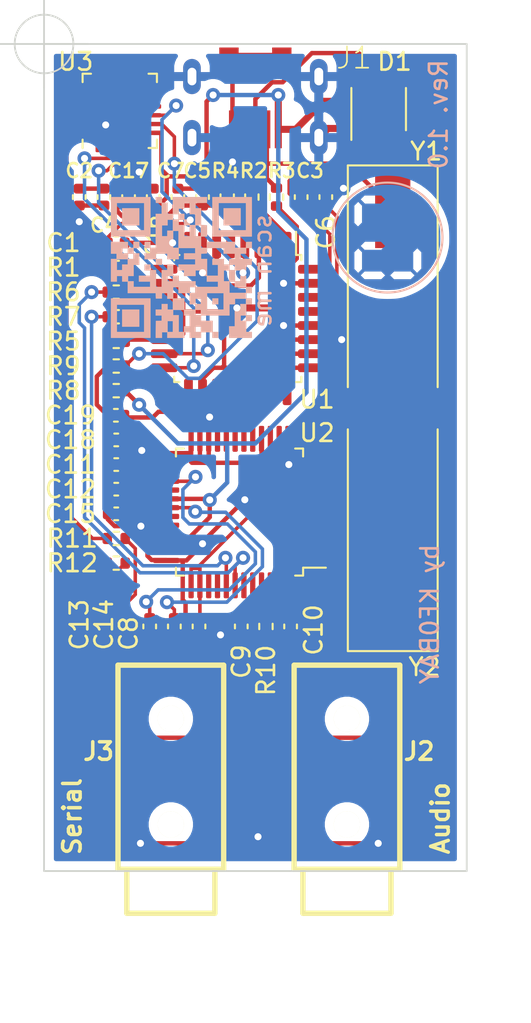
<source format=kicad_pcb>
(kicad_pcb (version 20171130) (host pcbnew "(5.1.8)-1")
  (layers (0 F.Cu signal) (31 B.Cu signal) (34 B.Paste user) (35 F.Paste user) (36 B.SilkS user) (37 F.SilkS user) (38 B.Mask user) (39 F.Mask user) (44 Edge.Cuts user))
  (net 0 "")
  (net 1 GND)
  (net 2 /~RESET)
  (net 3 +3V3)
  (net 4 "Net-(C3-Pad1)")
  (net 5 "Net-(C6-Pad1)")
  (net 6 "Net-(C8-Pad1)")
  (net 7 "Net-(C9-Pad1)")
  (net 8 "Net-(C10-Pad1)")
  (net 9 "Net-(C11-Pad2)")
  (net 10 +5V)
  (net 11 "Net-(C13-Pad2)")
  (net 12 "Net-(C13-Pad1)")
  (net 13 "Net-(C14-Pad2)")
  (net 14 "Net-(C14-Pad1)")
  (net 15 "Net-(D1-Pad3)")
  (net 16 "Net-(D1-Pad2)")
  (net 17 "Net-(J1-Pad4)")
  (net 18 "Net-(R3-Pad1)")
  (net 19 "Net-(R11-Pad2)")
  (net 20 "Net-(U1-Pad32)")
  (net 21 "Net-(U1-Pad24)")
  (net 22 "Net-(U1-Pad23)")
  (net 23 "Net-(U1-Pad21)")
  (net 24 "Net-(U1-Pad20)")
  (net 25 "Net-(U1-Pad19)")
  (net 26 "Net-(U1-Pad17)")
  (net 27 "Net-(U1-Pad16)")
  (net 28 "Net-(U1-Pad15)")
  (net 29 "Net-(U1-Pad13)")
  (net 30 "Net-(U1-Pad9)")
  (net 31 "Net-(U1-Pad5)")
  (net 32 /COS)
  (net 33 "Net-(U2-Pad47)")
  (net 34 "Net-(U2-Pad46)")
  (net 35 "Net-(U2-Pad45)")
  (net 36 "Net-(U2-Pad44)")
  (net 37 "Net-(U2-Pad43)")
  (net 38 "Net-(U2-Pad40)")
  (net 39 /CTCSS)
  (net 40 "Net-(U2-Pad32)")
  (net 41 "Net-(U2-Pad31)")
  (net 42 "Net-(U2-Pad25)")
  (net 43 "Net-(U2-Pad21)")
  (net 44 "Net-(U2-Pad20)")
  (net 45 "Net-(U2-Pad19)")
  (net 46 "Net-(U2-Pad18)")
  (net 47 "Net-(U2-Pad17)")
  (net 48 "Net-(U2-Pad15)")
  (net 49 /PTT)
  (net 50 "Net-(U2-Pad12)")
  (net 51 "Net-(U2-Pad11)")
  (net 52 "Net-(U2-Pad6)")
  (net 53 "Net-(U2-Pad5)")
  (net 54 "Net-(U2-Pad4)")
  (net 55 "Net-(U2-Pad3)")
  (net 56 "Net-(U2-Pad2)")
  (net 57 "Net-(U2-Pad1)")
  (net 58 "Net-(U3-Pad24)")
  (net 59 "Net-(U3-Pad23)")
  (net 60 "Net-(U3-Pad22)")
  (net 61 "Net-(U3-Pad19)")
  (net 62 "Net-(U3-Pad18)")
  (net 63 "Net-(U3-Pad17)")
  (net 64 "Net-(U3-Pad16)")
  (net 65 "Net-(U3-Pad15)")
  (net 66 /~TX_LED)
  (net 67 /~RX_LED)
  (net 68 "Net-(U3-Pad12)")
  (net 69 "Net-(U3-Pad11)")
  (net 70 "Net-(U3-Pad10)")
  (net 71 "Net-(U3-Pad1)")
  (net 72 "Net-(J3-PadT)")
  (net 73 "Net-(J3-PadR)")
  (net 74 "Net-(R2-Pad1)")
  (net 75 "Net-(R5-Pad1)")
  (net 76 "Net-(R6-Pad2)")
  (net 77 "Net-(R6-Pad1)")
  (net 78 "Net-(R7-Pad1)")
  (net 79 "Net-(R8-Pad2)")
  (net 80 "Net-(R12-Pad2)")
  (module footprints:QR-code (layer F.Cu) (at 144 93 90)
    (fp_text reference Ref** hide)
    (fp_text value Val** hide)
  )
  (module footprints:digirig-logo-6mm (layer F.Cu) (at 155.7 91.3 90)
    (fp_text reference Ref** hide)
    (fp_text value Val** hide)
    (fp_poly (pts (xy 0.201786 -2.978045) (xy 0.47019 -2.956382) (xy 0.721251 -2.911151) (xy 0.965101 -2.840288) (xy 1.21187 -2.741731) (xy 1.322916 -2.689583) (xy 1.595655 -2.540767) (xy 1.838481 -2.373973) (xy 2.062615 -2.181244) (xy 2.122822 -2.122282) (xy 2.303094 -1.92864) (xy 2.45404 -1.737104) (xy 2.585582 -1.533909) (xy 2.698945 -1.322917) (xy 2.812024 -1.073308) (xy 2.896676 -0.833637) (xy 2.955073 -0.593511) (xy 2.989385 -0.342536) (xy 3.001784 -0.07032) (xy 2.999369 0.115259) (xy 2.992362 0.270493) (xy 2.981903 0.414684) (xy 2.968899 0.537675) (xy 2.954255 0.62931) (xy 2.953035 0.635) (xy 2.855632 0.981127) (xy 2.719872 1.309805) (xy 2.54672 1.619268) (xy 2.33714 1.90775) (xy 2.136509 2.129698) (xy 1.870166 2.367879) (xy 1.579879 2.571571) (xy 1.267898 2.739539) (xy 0.936474 2.870547) (xy 0.635 2.953294) (xy 0.536469 2.969253) (xy 0.406001 2.981935) (xy 0.253878 2.991136) (xy 0.090383 2.996656) (xy -0.0742 2.998291) (xy -0.229588 2.99584) (xy -0.365498 2.989101) (xy -0.471646 2.97787) (xy -0.486834 2.97535) (xy -0.834937 2.894738) (xy -1.158037 2.781123) (xy -1.459828 2.63262) (xy -1.744005 2.447347) (xy -2.014266 2.22342) (xy -2.075576 2.165545) (xy -2.282361 1.948363) (xy -2.455587 1.72662) (xy -2.483739 1.681411) (xy -2.010943 1.681411) (xy -1.889843 1.803789) (xy -1.768742 1.926166) (xy -0.834638 1.926166) (xy -0.719667 1.80975) (xy -0.604697 1.693333) (xy -0.719667 1.576916) (xy -0.834638 1.4605) (xy -1.787253 1.4605) (xy -1.899098 1.570955) (xy -2.010943 1.681411) (xy -2.483739 1.681411) (xy -2.603504 1.489086) (xy -2.678795 1.344083) (xy -2.778802 1.12309) (xy -2.855586 0.914968) (xy -2.915324 0.702131) (xy -2.935383 0.613833) (xy -2.953528 0.497652) (xy -2.96478 0.36897) (xy -2.370667 0.36897) (xy -2.370667 1.321585) (xy -2.260237 1.433404) (xy -2.149807 1.545224) (xy -1.926167 1.324362) (xy -1.926167 0.371747) (xy -2.036597 0.259928) (xy -2.147028 0.148109) (xy -2.258847 0.258539) (xy -2.370667 0.36897) (xy -2.96478 0.36897) (xy -2.966433 0.350069) (xy -2.974098 0.181691) (xy -2.976521 0.003122) (xy -2.9737 -0.175029) (xy -2.965634 -0.342158) (xy -2.95232 -0.487658) (xy -2.935571 -0.592667) (xy -2.849108 -0.909291) (xy -2.727238 -1.222165) (xy -2.6858 -1.303197) (xy -2.370667 -1.303197) (xy -2.370667 -0.350582) (xy -2.260237 -0.238762) (xy -2.149807 -0.126943) (xy -2.037987 -0.237374) (xy -1.926167 -0.347804) (xy -1.926167 -1.300419) (xy -0.6985 -1.300419) (xy -0.6985 -0.350582) (xy -0.588045 -0.238736) (xy -0.477589 -0.126891) (xy -0.355211 -0.247992) (xy -0.232834 -0.369092) (xy -0.232834 -1.281909) (xy 1.926166 -1.281909) (xy 1.926166 -0.371645) (xy 2.04721 -0.249324) (xy 2.168255 -0.127003) (xy 2.280044 -0.237404) (xy 2.391833 -0.347804) (xy 2.391833 -1.300419) (xy 2.281377 -1.412265) (xy 2.170921 -1.52411) (xy 2.048544 -1.403009) (xy 1.926166 -1.281909) (xy -0.232834 -1.281909) (xy -0.355211 -1.403009) (xy -0.477589 -1.52411) (xy -0.588045 -1.412265) (xy -0.6985 -1.300419) (xy -1.926167 -1.300419) (xy -2.036597 -1.412239) (xy -2.147028 -1.524058) (xy -2.258847 -1.413627) (xy -2.370667 -1.303197) (xy -2.6858 -1.303197) (xy -2.575043 -1.51978) (xy -2.482642 -1.662973) (xy -2.010891 -1.662973) (xy -1.900461 -1.551154) (xy -1.79003 -1.439334) (xy -0.837415 -1.439334) (xy -0.725596 -1.549764) (xy -0.613776 -1.660194) (xy -0.625528 -1.672094) (xy 0.625935 -1.672094) (xy 0.855803 -1.439334) (xy 1.808418 -1.439334) (xy 1.920238 -1.549764) (xy 2.032057 -1.660194) (xy 1.921626 -1.772014) (xy 1.811196 -1.883834) (xy 0.834491 -1.883834) (xy 0.625935 -1.672094) (xy -0.625528 -1.672094) (xy -0.834638 -1.883834) (xy -1.787253 -1.883834) (xy -1.899072 -1.773404) (xy -2.010891 -1.662973) (xy -2.482642 -1.662973) (xy -2.420257 -1.759648) (xy -2.25332 -1.965215) (xy -2.054022 -2.166714) (xy -1.832133 -2.35592) (xy -1.597422 -2.524612) (xy -1.359657 -2.664568) (xy -1.322917 -2.68328) (xy -1.084664 -2.790575) (xy -0.850585 -2.871143) (xy -0.609587 -2.927647) (xy -0.350576 -2.962748) (xy -0.094093 -2.978204) (xy 0.201786 -2.978045)) (layer B.Cu) (width 0.01))
  )
  (module footprints:USB_MICRO_A01SB141B1-298 (layer F.Cu) (at 148.2 80 180)
    (fp_text reference J1 (at -6.7 -1.8 180) (layer F.SilkS) (effects (font (size 1.2065 1.2065) (thickness 0.09652)) (justify right bottom)))
    (fp_text value USB_B_Micro)
    (pad 6 smd rect (at 1.5 -1 180) (size 1.1 1) (layers F.Cu F.Paste F.Mask) (net 1 GND))
    (pad 6 smd rect (at -1.5 -1 180) (size 1.1 1) (layers F.Cu F.Paste F.Mask) (net 1 GND))
    (pad 3 smd rect (at 0 -5.15 180) (size 0.4 2.15) (layers F.Cu F.Paste F.Mask) (net 15 "Net-(D1-Pad3)"))
    (pad 4 smd rect (at 0.65 -5.15 180) (size 0.4 2.15) (layers F.Cu F.Paste F.Mask) (net 17 "Net-(J1-Pad4)"))
    (pad 5 smd rect (at 1.3 -5.15 180) (size 0.4 2.15) (layers F.Cu F.Paste F.Mask) (net 1 GND))
    (pad 2 smd rect (at -0.65 -5.15 180) (size 0.4 2.15) (layers F.Cu F.Paste F.Mask) (net 16 "Net-(D1-Pad2)"))
    (pad 1 smd rect (at -1.3 -5.15 180) (size 0.4 2.15) (layers F.Cu F.Paste F.Mask) (net 10 +5V))
    (pad 6 thru_hole oval (at 3.6 -2.15 270) (size 2 1) (drill oval 1 0.5) (layers *.Cu *.Mask F.Paste) (net 1 GND))
    (pad 6 thru_hole oval (at -3.6 -2.15 270) (size 2 1) (drill oval 1 0.5) (layers *.Cu *.Mask F.Paste) (net 1 GND))
    (pad 6 thru_hole oval (at 3.6 -5.62 270) (size 2 1) (drill oval 1 0.5) (layers *.Cu *.Mask F.Paste) (net 1 GND))
    (pad 6 thru_hole oval (at -3.6 -5.62 270) (size 2 1) (drill oval 1 0.5) (layers *.Cu *.Mask F.Paste) (net 1 GND))
    (pad "" np_thru_hole circle (at 2 -4.25 180) (size 0.55 0.55) (drill 0.55) (layers *.Cu *.Mask))
    (pad "" np_thru_hole circle (at -2 -4.3 180) (size 0.55 0.55) (drill 0.55) (layers *.Cu *.Mask))
  )
  (module Fiducial:Fiducial_0.5mm_Mask1mm (layer F.Cu) (at 158.2 82.3)
    (fp_text reference REF** hide)
    (fp_text value Fiducial_0.5mm_Mask1mm)
    (pad "" smd circle (at 0 0) (size 0.5 0.5) (layers F.Cu F.Mask) (clearance 0.25))
  )
  (module Resistor_SMD:R_0402_1005Metric (layer F.Cu) (at 148 89 90)
    (fp_text reference R2 (at 1.5 0.1 180) (layer F.SilkS) (effects (font (size 0.8 0.8))))
    (fp_text value 33)
    (pad 2 smd roundrect (at 0.51 0 90) (size 0.54 0.64) (layers F.Cu F.Paste F.Mask) (net 15 "Net-(D1-Pad3)"))
    (pad 1 smd roundrect (at -0.51 0 90) (size 0.54 0.64) (layers F.Cu F.Paste F.Mask) (net 74 "Net-(R2-Pad1)"))
  )
  (module Crystal:Crystal_SMD_HC49-SD (layer F.Cu) (at 156 108.1 90)
    (fp_text reference Y2 (at -7.6 1.8 180) (layer F.SilkS))
    (fp_text value 12MHz)
    (pad 2 smd rect (at 4.25 0 90) (size 4.5 2) (layers F.Cu F.Paste F.Mask) (net 8 "Net-(C10-Pad1)"))
    (pad 1 smd rect (at -4.25 0 90) (size 4.5 2) (layers F.Cu F.Paste F.Mask) (net 7 "Net-(C9-Pad1)"))
  )
  (module Crystal:Crystal_SMD_HC49-SD (layer F.Cu) (at 156 93.9 270)
    (fp_text reference Y1 (at -7.5 -1.9 180) (layer F.SilkS))
    (fp_text value 6MHz)
    (pad 2 smd rect (at 4.25 0 270) (size 4.5 2) (layers F.Cu F.Paste F.Mask) (net 5 "Net-(C6-Pad1)"))
    (pad 1 smd rect (at -4.25 0 270) (size 4.5 2) (layers F.Cu F.Paste F.Mask) (net 4 "Net-(C3-Pad1)"))
  )
  (module Package_DFN_QFN:QFN-24-1EP_4x4mm_P0.5mm_EP2.6x2.6mm (layer F.Cu) (at 140.5 84.1 90)
    (fp_text reference U3 (at 2.8 -2.5 180) (layer F.SilkS))
    (fp_text value CP2102N-A01)
    (pad 25 smd rect (at 0 0 90) (size 2.6 2.6) (layers F.Cu F.Mask) (net 1 GND))
    (pad 24 smd roundrect (at -1.25 -1.9375 90) (size 0.25 0.825) (layers F.Cu F.Paste F.Mask) (net 58 "Net-(U3-Pad24)"))
    (pad 23 smd roundrect (at -0.75 -1.9375 90) (size 0.25 0.825) (layers F.Cu F.Paste F.Mask) (net 59 "Net-(U3-Pad23)"))
    (pad 22 smd roundrect (at -0.25 -1.9375 90) (size 0.25 0.825) (layers F.Cu F.Paste F.Mask) (net 60 "Net-(U3-Pad22)"))
    (pad 21 smd roundrect (at 0.25 -1.9375 90) (size 0.25 0.825) (layers F.Cu F.Paste F.Mask) (net 19 "Net-(R11-Pad2)"))
    (pad 20 smd roundrect (at 0.75 -1.9375 90) (size 0.25 0.825) (layers F.Cu F.Paste F.Mask) (net 80 "Net-(R12-Pad2)"))
    (pad 19 smd roundrect (at 1.25 -1.9375 90) (size 0.25 0.825) (layers F.Cu F.Paste F.Mask) (net 61 "Net-(U3-Pad19)"))
    (pad 18 smd roundrect (at 1.9375 -1.25 90) (size 0.825 0.25) (layers F.Cu F.Paste F.Mask) (net 62 "Net-(U3-Pad18)"))
    (pad 17 smd roundrect (at 1.9375 -0.75 90) (size 0.825 0.25) (layers F.Cu F.Paste F.Mask) (net 63 "Net-(U3-Pad17)"))
    (pad 16 smd roundrect (at 1.9375 -0.25 90) (size 0.825 0.25) (layers F.Cu F.Paste F.Mask) (net 64 "Net-(U3-Pad16)"))
    (pad 15 smd roundrect (at 1.9375 0.25 90) (size 0.825 0.25) (layers F.Cu F.Paste F.Mask) (net 65 "Net-(U3-Pad15)"))
    (pad 14 smd roundrect (at 1.9375 0.75 90) (size 0.825 0.25) (layers F.Cu F.Paste F.Mask) (net 66 /~TX_LED))
    (pad 13 smd roundrect (at 1.9375 1.25 90) (size 0.825 0.25) (layers F.Cu F.Paste F.Mask) (net 67 /~RX_LED))
    (pad 12 smd roundrect (at 1.25 1.9375 90) (size 0.25 0.825) (layers F.Cu F.Paste F.Mask) (net 68 "Net-(U3-Pad12)"))
    (pad 11 smd roundrect (at 0.75 1.9375 90) (size 0.25 0.825) (layers F.Cu F.Paste F.Mask) (net 69 "Net-(U3-Pad11)"))
    (pad 10 smd roundrect (at 0.25 1.9375 90) (size 0.25 0.825) (layers F.Cu F.Paste F.Mask) (net 70 "Net-(U3-Pad10)"))
    (pad 9 smd roundrect (at -0.25 1.9375 90) (size 0.25 0.825) (layers F.Cu F.Paste F.Mask) (net 2 /~RESET))
    (pad 8 smd roundrect (at -0.75 1.9375 90) (size 0.25 0.825) (layers F.Cu F.Paste F.Mask) (net 79 "Net-(R8-Pad2)"))
    (pad 7 smd roundrect (at -1.25 1.9375 90) (size 0.25 0.825) (layers F.Cu F.Paste F.Mask) (net 10 +5V))
    (pad 6 smd roundrect (at -1.9375 1.25 90) (size 0.825 0.25) (layers F.Cu F.Paste F.Mask) (net 3 +3V3))
    (pad 5 smd roundrect (at -1.9375 0.75 90) (size 0.825 0.25) (layers F.Cu F.Paste F.Mask) (net 3 +3V3))
    (pad 4 smd roundrect (at -1.9375 0.25 90) (size 0.825 0.25) (layers F.Cu F.Paste F.Mask) (net 28 "Net-(U1-Pad15)"))
    (pad 3 smd roundrect (at -1.9375 -0.25 90) (size 0.825 0.25) (layers F.Cu F.Paste F.Mask) (net 27 "Net-(U1-Pad16)"))
    (pad 2 smd roundrect (at -1.9375 -0.75 90) (size 0.825 0.25) (layers F.Cu F.Paste F.Mask) (net 1 GND))
    (pad 1 smd roundrect (at -1.9375 -1.25 90) (size 0.825 0.25) (layers F.Cu F.Paste F.Mask) (net 71 "Net-(U3-Pad1)"))
  )
  (module Package_QFP:LQFP-48_7x7mm_P0.5mm (layer F.Cu) (at 147.3 106.9 180)
    (fp_text reference U2 (at -4.4 4.5) (layer F.SilkS))
    (fp_text value CM108)
    (pad 48 smd roundrect (at -2.75 -4.1625 180) (size 0.3 1.475) (layers F.Cu F.Paste F.Mask) (net 32 /COS))
    (pad 47 smd roundrect (at -2.25 -4.1625 180) (size 0.3 1.475) (layers F.Cu F.Paste F.Mask) (net 33 "Net-(U2-Pad47)"))
    (pad 46 smd roundrect (at -1.75 -4.1625 180) (size 0.3 1.475) (layers F.Cu F.Paste F.Mask) (net 34 "Net-(U2-Pad46)"))
    (pad 45 smd roundrect (at -1.25 -4.1625 180) (size 0.3 1.475) (layers F.Cu F.Paste F.Mask) (net 35 "Net-(U2-Pad45)"))
    (pad 44 smd roundrect (at -0.75 -4.1625 180) (size 0.3 1.475) (layers F.Cu F.Paste F.Mask) (net 36 "Net-(U2-Pad44)"))
    (pad 43 smd roundrect (at -0.25 -4.1625 180) (size 0.3 1.475) (layers F.Cu F.Paste F.Mask) (net 37 "Net-(U2-Pad43)"))
    (pad 42 smd roundrect (at 0.25 -4.1625 180) (size 0.3 1.475) (layers F.Cu F.Paste F.Mask) (net 77 "Net-(R6-Pad1)"))
    (pad 41 smd roundrect (at 0.75 -4.1625 180) (size 0.3 1.475) (layers F.Cu F.Paste F.Mask) (net 78 "Net-(R7-Pad1)"))
    (pad 40 smd roundrect (at 1.25 -4.1625 180) (size 0.3 1.475) (layers F.Cu F.Paste F.Mask) (net 38 "Net-(U2-Pad40)"))
    (pad 39 smd roundrect (at 1.75 -4.1625 180) (size 0.3 1.475) (layers F.Cu F.Paste F.Mask) (net 39 /CTCSS))
    (pad 38 smd roundrect (at 2.25 -4.1625 180) (size 0.3 1.475) (layers F.Cu F.Paste F.Mask) (net 6 "Net-(C8-Pad1)"))
    (pad 37 smd roundrect (at 2.75 -4.1625 180) (size 0.3 1.475) (layers F.Cu F.Paste F.Mask) (net 6 "Net-(C8-Pad1)"))
    (pad 36 smd roundrect (at 4.1625 -2.75 180) (size 1.475 0.3) (layers F.Cu F.Paste F.Mask) (net 1 GND))
    (pad 35 smd roundrect (at 4.1625 -2.25 180) (size 1.475 0.3) (layers F.Cu F.Paste F.Mask) (net 10 +5V))
    (pad 34 smd roundrect (at 4.1625 -1.75 180) (size 1.475 0.3) (layers F.Cu F.Paste F.Mask) (net 10 +5V))
    (pad 33 smd roundrect (at 4.1625 -1.25 180) (size 1.475 0.3) (layers F.Cu F.Paste F.Mask) (net 1 GND))
    (pad 32 smd roundrect (at 4.1625 -0.75 180) (size 1.475 0.3) (layers F.Cu F.Paste F.Mask) (net 40 "Net-(U2-Pad32)"))
    (pad 31 smd roundrect (at 4.1625 -0.25 180) (size 1.475 0.3) (layers F.Cu F.Paste F.Mask) (net 41 "Net-(U2-Pad31)"))
    (pad 30 smd roundrect (at 4.1625 0.25 180) (size 1.475 0.3) (layers F.Cu F.Paste F.Mask) (net 13 "Net-(C14-Pad2)"))
    (pad 29 smd roundrect (at 4.1625 0.75 180) (size 1.475 0.3) (layers F.Cu F.Paste F.Mask) (net 10 +5V))
    (pad 28 smd roundrect (at 4.1625 1.25 180) (size 1.475 0.3) (layers F.Cu F.Paste F.Mask) (net 1 GND))
    (pad 27 smd roundrect (at 4.1625 1.75 180) (size 1.475 0.3) (layers F.Cu F.Paste F.Mask) (net 11 "Net-(C13-Pad2)"))
    (pad 26 smd roundrect (at 4.1625 2.25 180) (size 1.475 0.3) (layers F.Cu F.Paste F.Mask) (net 9 "Net-(C11-Pad2)"))
    (pad 25 smd roundrect (at 4.1625 2.75 180) (size 1.475 0.3) (layers F.Cu F.Paste F.Mask) (net 42 "Net-(U2-Pad25)"))
    (pad 24 smd roundrect (at 2.75 4.1625 180) (size 0.3 1.475) (layers F.Cu F.Paste F.Mask) (net 1 GND))
    (pad 23 smd roundrect (at 2.25 4.1625 180) (size 0.3 1.475) (layers F.Cu F.Paste F.Mask) (net 1 GND))
    (pad 22 smd roundrect (at 1.75 4.1625 180) (size 0.3 1.475) (layers F.Cu F.Paste F.Mask) (net 1 GND))
    (pad 21 smd roundrect (at 1.25 4.1625 180) (size 0.3 1.475) (layers F.Cu F.Paste F.Mask) (net 43 "Net-(U2-Pad21)"))
    (pad 20 smd roundrect (at 0.75 4.1625 180) (size 0.3 1.475) (layers F.Cu F.Paste F.Mask) (net 44 "Net-(U2-Pad20)"))
    (pad 19 smd roundrect (at 0.25 4.1625 180) (size 0.3 1.475) (layers F.Cu F.Paste F.Mask) (net 45 "Net-(U2-Pad19)"))
    (pad 18 smd roundrect (at -0.25 4.1625 180) (size 0.3 1.475) (layers F.Cu F.Paste F.Mask) (net 46 "Net-(U2-Pad18)"))
    (pad 17 smd roundrect (at -0.75 4.1625 180) (size 0.3 1.475) (layers F.Cu F.Paste F.Mask) (net 47 "Net-(U2-Pad17)"))
    (pad 16 smd roundrect (at -1.25 4.1625 180) (size 0.3 1.475) (layers F.Cu F.Paste F.Mask) (net 1 GND))
    (pad 15 smd roundrect (at -1.75 4.1625 180) (size 0.3 1.475) (layers F.Cu F.Paste F.Mask) (net 48 "Net-(U2-Pad15)"))
    (pad 14 smd roundrect (at -2.25 4.1625 180) (size 0.3 1.475) (layers F.Cu F.Paste F.Mask) (net 1 GND))
    (pad 13 smd roundrect (at -2.75 4.1625 180) (size 0.3 1.475) (layers F.Cu F.Paste F.Mask) (net 49 /PTT))
    (pad 12 smd roundrect (at -4.1625 2.75 180) (size 1.475 0.3) (layers F.Cu F.Paste F.Mask) (net 50 "Net-(U2-Pad12)"))
    (pad 11 smd roundrect (at -4.1625 2.25 180) (size 1.475 0.3) (layers F.Cu F.Paste F.Mask) (net 51 "Net-(U2-Pad11)"))
    (pad 10 smd roundrect (at -4.1625 1.75 180) (size 1.475 0.3) (layers F.Cu F.Paste F.Mask) (net 1 GND))
    (pad 9 smd roundrect (at -4.1625 1.25 180) (size 1.475 0.3) (layers F.Cu F.Paste F.Mask) (net 8 "Net-(C10-Pad1)"))
    (pad 8 smd roundrect (at -4.1625 0.75 180) (size 1.475 0.3) (layers F.Cu F.Paste F.Mask) (net 7 "Net-(C9-Pad1)"))
    (pad 7 smd roundrect (at -4.1625 0.25 180) (size 1.475 0.3) (layers F.Cu F.Paste F.Mask) (net 6 "Net-(C8-Pad1)"))
    (pad 6 smd roundrect (at -4.1625 -0.25 180) (size 1.475 0.3) (layers F.Cu F.Paste F.Mask) (net 52 "Net-(U2-Pad6)"))
    (pad 5 smd roundrect (at -4.1625 -0.75 180) (size 1.475 0.3) (layers F.Cu F.Paste F.Mask) (net 53 "Net-(U2-Pad5)"))
    (pad 4 smd roundrect (at -4.1625 -1.25 180) (size 1.475 0.3) (layers F.Cu F.Paste F.Mask) (net 54 "Net-(U2-Pad4)"))
    (pad 3 smd roundrect (at -4.1625 -1.75 180) (size 1.475 0.3) (layers F.Cu F.Paste F.Mask) (net 55 "Net-(U2-Pad3)"))
    (pad 2 smd roundrect (at -4.1625 -2.25 180) (size 1.475 0.3) (layers F.Cu F.Paste F.Mask) (net 56 "Net-(U2-Pad2)"))
    (pad 1 smd roundrect (at -4.1625 -2.75 180) (size 1.475 0.3) (layers F.Cu F.Paste F.Mask) (net 57 "Net-(U2-Pad1)"))
  )
  (module Package_QFP:LQFP-32_7x7mm_P0.8mm (layer F.Cu) (at 147.2 95.9 270)
    (fp_text reference U1 (at 4.6 -4.5 180) (layer F.SilkS))
    (fp_text value TUSB2046)
    (pad 32 smd roundrect (at -2.8 -4.175 270) (size 0.5 1.5) (layers F.Cu F.Paste F.Mask) (net 20 "Net-(U1-Pad32)"))
    (pad 31 smd roundrect (at -2 -4.175 270) (size 0.5 1.5) (layers F.Cu F.Paste F.Mask) (net 1 GND))
    (pad 30 smd roundrect (at -1.2 -4.175 270) (size 0.5 1.5) (layers F.Cu F.Paste F.Mask) (net 4 "Net-(C3-Pad1)"))
    (pad 29 smd roundrect (at -0.4 -4.175 270) (size 0.5 1.5) (layers F.Cu F.Paste F.Mask) (net 5 "Net-(C6-Pad1)"))
    (pad 28 smd roundrect (at 0.4 -4.175 270) (size 0.5 1.5) (layers F.Cu F.Paste F.Mask) (net 1 GND))
    (pad 27 smd roundrect (at 1.2 -4.175 270) (size 0.5 1.5) (layers F.Cu F.Paste F.Mask) (net 1 GND))
    (pad 26 smd roundrect (at 2 -4.175 270) (size 0.5 1.5) (layers F.Cu F.Paste F.Mask) (net 3 +3V3))
    (pad 25 smd roundrect (at 2.8 -4.175 270) (size 0.5 1.5) (layers F.Cu F.Paste F.Mask) (net 3 +3V3))
    (pad 24 smd roundrect (at 4.175 -2.8 270) (size 1.5 0.5) (layers F.Cu F.Paste F.Mask) (net 21 "Net-(U1-Pad24)"))
    (pad 23 smd roundrect (at 4.175 -2 270) (size 1.5 0.5) (layers F.Cu F.Paste F.Mask) (net 22 "Net-(U1-Pad23)"))
    (pad 22 smd roundrect (at 4.175 -1.2 270) (size 1.5 0.5) (layers F.Cu F.Paste F.Mask) (net 3 +3V3))
    (pad 21 smd roundrect (at 4.175 -0.4 270) (size 1.5 0.5) (layers F.Cu F.Paste F.Mask) (net 23 "Net-(U1-Pad21)"))
    (pad 20 smd roundrect (at 4.175 0.4 270) (size 1.5 0.5) (layers F.Cu F.Paste F.Mask) (net 24 "Net-(U1-Pad20)"))
    (pad 19 smd roundrect (at 4.175 1.2 270) (size 1.5 0.5) (layers F.Cu F.Paste F.Mask) (net 25 "Net-(U1-Pad19)"))
    (pad 18 smd roundrect (at 4.175 2 270) (size 1.5 0.5) (layers F.Cu F.Paste F.Mask) (net 3 +3V3))
    (pad 17 smd roundrect (at 4.175 2.8 270) (size 1.5 0.5) (layers F.Cu F.Paste F.Mask) (net 26 "Net-(U1-Pad17)"))
    (pad 16 smd roundrect (at 2.8 4.175 270) (size 0.5 1.5) (layers F.Cu F.Paste F.Mask) (net 27 "Net-(U1-Pad16)"))
    (pad 15 smd roundrect (at 2 4.175 270) (size 0.5 1.5) (layers F.Cu F.Paste F.Mask) (net 28 "Net-(U1-Pad15)"))
    (pad 14 smd roundrect (at 1.2 4.175 270) (size 0.5 1.5) (layers F.Cu F.Paste F.Mask) (net 3 +3V3))
    (pad 13 smd roundrect (at 0.4 4.175 270) (size 0.5 1.5) (layers F.Cu F.Paste F.Mask) (net 29 "Net-(U1-Pad13)"))
    (pad 12 smd roundrect (at -0.4 4.175 270) (size 0.5 1.5) (layers F.Cu F.Paste F.Mask) (net 75 "Net-(R5-Pad1)"))
    (pad 11 smd roundrect (at -1.2 4.175 270) (size 0.5 1.5) (layers F.Cu F.Paste F.Mask) (net 76 "Net-(R6-Pad2)"))
    (pad 10 smd roundrect (at -2 4.175 270) (size 0.5 1.5) (layers F.Cu F.Paste F.Mask) (net 3 +3V3))
    (pad 9 smd roundrect (at -2.8 4.175 270) (size 0.5 1.5) (layers F.Cu F.Paste F.Mask) (net 30 "Net-(U1-Pad9)"))
    (pad 8 smd roundrect (at -4.175 2.8 270) (size 1.5 0.5) (layers F.Cu F.Paste F.Mask) (net 1 GND))
    (pad 7 smd roundrect (at -4.175 2 270) (size 1.5 0.5) (layers F.Cu F.Paste F.Mask) (net 1 GND))
    (pad 6 smd roundrect (at -4.175 1.2 270) (size 1.5 0.5) (layers F.Cu F.Paste F.Mask) (net 3 +3V3))
    (pad 5 smd roundrect (at -4.175 0.4 270) (size 1.5 0.5) (layers F.Cu F.Paste F.Mask) (net 31 "Net-(U1-Pad5)"))
    (pad 4 smd roundrect (at -4.175 -0.4 270) (size 1.5 0.5) (layers F.Cu F.Paste F.Mask) (net 2 /~RESET))
    (pad 3 smd roundrect (at -4.175 -1.2 270) (size 1.5 0.5) (layers F.Cu F.Paste F.Mask) (net 3 +3V3))
    (pad 2 smd roundrect (at -4.175 -2 270) (size 1.5 0.5) (layers F.Cu F.Paste F.Mask) (net 18 "Net-(R3-Pad1)"))
    (pad 1 smd roundrect (at -4.175 -2.8 270) (size 1.5 0.5) (layers F.Cu F.Paste F.Mask) (net 74 "Net-(R2-Pad1)"))
  )
  (module Resistor_SMD:R_0402_1005Metric (layer F.Cu) (at 140.3 109.8 180)
    (fp_text reference R12 (at 2.5 0) (layer F.SilkS))
    (fp_text value 33)
    (pad 2 smd roundrect (at 0.51 0 180) (size 0.54 0.64) (layers F.Cu F.Paste F.Mask) (net 80 "Net-(R12-Pad2)"))
    (pad 1 smd roundrect (at -0.51 0 180) (size 0.54 0.64) (layers F.Cu F.Paste F.Mask) (net 73 "Net-(J3-PadR)"))
  )
  (module Resistor_SMD:R_0402_1005Metric (layer F.Cu) (at 140.3 108.4 180)
    (fp_text reference R11 (at 2.5 0) (layer F.SilkS))
    (fp_text value 33)
    (pad 2 smd roundrect (at 0.51 0 180) (size 0.54 0.64) (layers F.Cu F.Paste F.Mask) (net 19 "Net-(R11-Pad2)"))
    (pad 1 smd roundrect (at -0.51 0 180) (size 0.54 0.64) (layers F.Cu F.Paste F.Mask) (net 72 "Net-(J3-PadT)"))
  )
  (module Resistor_SMD:R_0402_1005Metric (layer F.Cu) (at 148.8 113.4 270)
    (fp_text reference R10 (at 2.5 0 90) (layer F.SilkS))
    (fp_text value 1M)
    (pad 2 smd roundrect (at 0.51 0 270) (size 0.54 0.64) (layers F.Cu F.Paste F.Mask) (net 7 "Net-(C9-Pad1)"))
    (pad 1 smd roundrect (at -0.51 0 270) (size 0.54 0.64) (layers F.Cu F.Paste F.Mask) (net 8 "Net-(C10-Pad1)"))
  )
  (module Resistor_SMD:R_0402_1005Metric (layer F.Cu) (at 140.3 98.6 180)
    (fp_text reference R9 (at 3 0) (layer F.SilkS))
    (fp_text value 47K)
    (pad 2 smd roundrect (at 0.51 0 180) (size 0.54 0.64) (layers F.Cu F.Paste F.Mask) (net 1 GND))
    (pad 1 smd roundrect (at -0.51 0 180) (size 0.54 0.64) (layers F.Cu F.Paste F.Mask) (net 79 "Net-(R8-Pad2)"))
  )
  (module Resistor_SMD:R_0402_1005Metric (layer F.Cu) (at 140.3 100 180)
    (fp_text reference R8 (at 3 0) (layer F.SilkS))
    (fp_text value 22K)
    (pad 2 smd roundrect (at 0.51 0 180) (size 0.54 0.64) (layers F.Cu F.Paste F.Mask) (net 79 "Net-(R8-Pad2)"))
    (pad 1 smd roundrect (at -0.51 0 180) (size 0.54 0.64) (layers F.Cu F.Paste F.Mask) (net 10 +5V))
  )
  (module Resistor_SMD:R_0402_1005Metric (layer F.Cu) (at 140.3 95.8)
    (fp_text reference R7 (at -3 0) (layer F.SilkS))
    (fp_text value 33)
    (pad 2 smd roundrect (at 0.51 0) (size 0.54 0.64) (layers F.Cu F.Paste F.Mask) (net 75 "Net-(R5-Pad1)"))
    (pad 1 smd roundrect (at -0.51 0) (size 0.54 0.64) (layers F.Cu F.Paste F.Mask) (net 78 "Net-(R7-Pad1)"))
  )
  (module Resistor_SMD:R_0402_1005Metric (layer F.Cu) (at 140.3 94.4)
    (fp_text reference R6 (at -3 0) (layer F.SilkS))
    (fp_text value 33)
    (pad 2 smd roundrect (at 0.51 0) (size 0.54 0.64) (layers F.Cu F.Paste F.Mask) (net 76 "Net-(R6-Pad2)"))
    (pad 1 smd roundrect (at -0.51 0) (size 0.54 0.64) (layers F.Cu F.Paste F.Mask) (net 77 "Net-(R6-Pad1)"))
  )
  (module Resistor_SMD:R_0402_1005Metric (layer F.Cu) (at 140.3 97.2)
    (fp_text reference R5 (at -3 0) (layer F.SilkS))
    (fp_text value 1.5K)
    (pad 2 smd roundrect (at 0.51 0) (size 0.54 0.64) (layers F.Cu F.Paste F.Mask) (net 3 +3V3))
    (pad 1 smd roundrect (at -0.51 0) (size 0.54 0.64) (layers F.Cu F.Paste F.Mask) (net 75 "Net-(R5-Pad1)"))
  )
  (module Resistor_SMD:R_0402_1005Metric (layer F.Cu) (at 146.6 89 270)
    (fp_text reference R4 (at -1.5 0.1 180) (layer F.SilkS) (effects (font (size 0.8 0.8))))
    (fp_text value 1.5K)
    (pad 2 smd roundrect (at 0.51 0 270) (size 0.54 0.64) (layers F.Cu F.Paste F.Mask) (net 3 +3V3))
    (pad 1 smd roundrect (at -0.51 0 270) (size 0.54 0.64) (layers F.Cu F.Paste F.Mask) (net 74 "Net-(R2-Pad1)"))
  )
  (module Resistor_SMD:R_0402_1005Metric (layer F.Cu) (at 149.4 89 90)
    (fp_text reference R3 (at 1.5 0.3 180) (layer F.SilkS) (effects (font (size 0.8 0.8))))
    (fp_text value 33)
    (pad 2 smd roundrect (at 0.51 0 90) (size 0.54 0.64) (layers F.Cu F.Paste F.Mask) (net 16 "Net-(D1-Pad2)"))
    (pad 1 smd roundrect (at -0.51 0 90) (size 0.54 0.64) (layers F.Cu F.Paste F.Mask) (net 18 "Net-(R3-Pad1)"))
  )
  (module Resistor_SMD:R_0402_1005Metric (layer F.Cu) (at 140.3 93)
    (fp_text reference R1 (at -3 0) (layer F.SilkS))
    (fp_text value 10K)
    (pad 2 smd roundrect (at 0.51 0) (size 0.54 0.64) (layers F.Cu F.Paste F.Mask) (net 3 +3V3))
    (pad 1 smd roundrect (at -0.51 0) (size 0.54 0.64) (layers F.Cu F.Paste F.Mask) (net 2 /~RESET))
  )
  (module footprints:jack_3.5_pj313d-smt (layer F.Cu) (at 153.4 121.4)
    (fp_text reference J2 (at 4.1 -0.9) (layer F.SilkS) (effects (font (size 0.99822 0.99822) (thickness 0.19812))))
    (fp_text value Audio (at 5.3 2.9 90) (layer F.SilkS) (effects (font (size 0.99822 0.99822) (thickness 0.19812))))
    (pad "" np_thru_hole circle (at 0 3.25) (size 1.5 1.5) (drill 1.5) (layers *.Cu *.Mask F.SilkS))
    (pad "" np_thru_hole circle (at 0 -2.75) (size 1.5 1.5) (drill 1.5) (layers *.Cu *.Mask F.SilkS))
    (pad S smd rect (at -3.3 3.95) (size 1.5 1.5) (layers F.Cu F.Paste F.Mask) (net 1 GND))
    (pad T smd rect (at -3.3 -2.75) (size 1.5 1.5) (layers F.Cu F.Paste F.Mask) (net 14 "Net-(C14-Pad1)"))
    (pad R smd rect (at -3.3 0.75) (size 1.5 1.5) (layers F.Cu F.Paste F.Mask) (net 12 "Net-(C13-Pad1)"))
    (pad S smd rect (at 3.3 3.95) (size 1.5 1.5) (layers F.Cu F.Paste F.Mask) (net 1 GND))
    (pad R smd rect (at 3.3 0.75) (size 1.5 1.5) (layers F.Cu F.Paste F.Mask) (net 12 "Net-(C13-Pad1)"))
    (pad T smd rect (at 3.3 -2.75) (size 1.5 1.5) (layers F.Cu F.Paste F.Mask) (net 14 "Net-(C14-Pad1)"))
  )
  (module footprints:jack_3.5_pj313d-smt (layer F.Cu) (at 143.4 121.4)
    (fp_text reference J3 (at -4.1 -0.9) (layer F.SilkS) (effects (font (size 0.99822 0.99822) (thickness 0.19812))))
    (fp_text value Serial (at -5.6 2.8 90) (layer F.SilkS) (effects (font (size 0.99822 0.99822) (thickness 0.19812))))
    (pad "" np_thru_hole circle (at 0 3.25) (size 1.5 1.5) (drill 1.5) (layers *.Cu *.Mask F.SilkS))
    (pad "" np_thru_hole circle (at 0 -2.75) (size 1.5 1.5) (drill 1.5) (layers *.Cu *.Mask F.SilkS))
    (pad S smd rect (at -3.3 3.95) (size 1.5 1.5) (layers F.Cu F.Paste F.Mask) (net 1 GND))
    (pad T smd rect (at -3.3 -2.75) (size 1.5 1.5) (layers F.Cu F.Paste F.Mask) (net 72 "Net-(J3-PadT)"))
    (pad R smd rect (at -3.3 0.75) (size 1.5 1.5) (layers F.Cu F.Paste F.Mask) (net 73 "Net-(J3-PadR)"))
    (pad S smd rect (at 3.3 3.95) (size 1.5 1.5) (layers F.Cu F.Paste F.Mask) (net 1 GND))
    (pad R smd rect (at 3.3 0.75) (size 1.5 1.5) (layers F.Cu F.Paste F.Mask) (net 73 "Net-(J3-PadR)"))
    (pad T smd rect (at 3.3 -2.75) (size 1.5 1.5) (layers F.Cu F.Paste F.Mask) (net 72 "Net-(J3-PadT)"))
  )
  (module Package_TO_SOT_SMD:SOT-143 (layer F.Cu) (at 155.2 84 90)
    (fp_text reference D1 (at 2.7 0.9 180) (layer F.SilkS))
    (fp_text value SP0503BAHT)
    (pad 4 smd rect (at 1.1 -0.95) (size 1 1.4) (layers F.Cu F.Paste F.Mask) (net 10 +5V))
    (pad 3 smd rect (at 1.1 0.95) (size 1 1.4) (layers F.Cu F.Paste F.Mask) (net 15 "Net-(D1-Pad3)"))
    (pad 2 smd rect (at -1.1 0.95) (size 1 1.4) (layers F.Cu F.Paste F.Mask) (net 16 "Net-(D1-Pad2)"))
    (pad 1 smd rect (at -1.1 -0.77) (size 1.2 1.4) (layers F.Cu F.Paste F.Mask) (net 1 GND))
  )
  (module Capacitor_SMD:C_0402_1005Metric (layer F.Cu) (at 140.28 101.4 180)
    (fp_text reference C19 (at 2.58 0) (layer F.SilkS))
    (fp_text value 100nF)
    (pad 2 smd roundrect (at 0.48 0 180) (size 0.56 0.62) (layers F.Cu F.Paste F.Mask) (net 1 GND))
    (pad 1 smd roundrect (at -0.48 0 180) (size 0.56 0.62) (layers F.Cu F.Paste F.Mask) (net 3 +3V3))
  )
  (module Capacitor_SMD:C_0402_1005Metric (layer F.Cu) (at 140.3 102.8 180)
    (fp_text reference C18 (at 2.6 0) (layer F.SilkS))
    (fp_text value 10uF)
    (pad 2 smd roundrect (at 0.48 0 180) (size 0.56 0.62) (layers F.Cu F.Paste F.Mask) (net 1 GND))
    (pad 1 smd roundrect (at -0.48 0 180) (size 0.56 0.62) (layers F.Cu F.Paste F.Mask) (net 3 +3V3))
  )
  (module Capacitor_SMD:C_0402_1005Metric (layer F.Cu) (at 141 89 90)
    (fp_text reference C17 (at 1.5 0 180) (layer F.SilkS) (effects (font (size 0.8 0.8))))
    (fp_text value 100nF)
    (pad 2 smd roundrect (at 0.48 0 90) (size 0.56 0.62) (layers F.Cu F.Paste F.Mask) (net 1 GND))
    (pad 1 smd roundrect (at -0.48 0 90) (size 0.56 0.62) (layers F.Cu F.Paste F.Mask) (net 10 +5V))
  )
  (module Capacitor_SMD:C_0402_1005Metric (layer F.Cu) (at 142.4 89 90)
    (fp_text reference C16 (at -2.2 0 270) (layer F.SilkS) (effects (font (size 0.8 0.8))))
    (fp_text value 10uF)
    (pad 2 smd roundrect (at 0.48 0 90) (size 0.56 0.62) (layers F.Cu F.Paste F.Mask) (net 1 GND))
    (pad 1 smd roundrect (at -0.48 0 90) (size 0.56 0.62) (layers F.Cu F.Paste F.Mask) (net 10 +5V))
  )
  (module Capacitor_SMD:C_0402_1005Metric (layer F.Cu) (at 140.3 107 180)
    (fp_text reference C15 (at 2.6 0) (layer F.SilkS))
    (fp_text value 100nF)
    (pad 2 smd roundrect (at 0.48 0 180) (size 0.56 0.62) (layers F.Cu F.Paste F.Mask) (net 1 GND))
    (pad 1 smd roundrect (at -0.48 0 180) (size 0.56 0.62) (layers F.Cu F.Paste F.Mask) (net 10 +5V))
  )
  (module Capacitor_SMD:C_0402_1005Metric (layer F.Cu) (at 143.6 113.4 90)
    (fp_text reference C14 (at 0.1 -4 90) (layer F.SilkS))
    (fp_text value 22uF)
    (pad 2 smd roundrect (at 0.48 0 90) (size 0.56 0.62) (layers F.Cu F.Paste F.Mask) (net 13 "Net-(C14-Pad2)"))
    (pad 1 smd roundrect (at -0.48 0 90) (size 0.56 0.62) (layers F.Cu F.Paste F.Mask) (net 14 "Net-(C14-Pad1)"))
  )
  (module Capacitor_SMD:C_0402_1005Metric (layer F.Cu) (at 142.2 113.4 90)
    (fp_text reference C13 (at 0.1 -4 90) (layer F.SilkS))
    (fp_text value 10uF)
    (pad 2 smd roundrect (at 0.48 0 90) (size 0.56 0.62) (layers F.Cu F.Paste F.Mask) (net 11 "Net-(C13-Pad2)"))
    (pad 1 smd roundrect (at -0.48 0 90) (size 0.56 0.62) (layers F.Cu F.Paste F.Mask) (net 12 "Net-(C13-Pad1)"))
  )
  (module Capacitor_SMD:C_0402_1005Metric (layer F.Cu) (at 140.3 105.6 180)
    (fp_text reference C12 (at 2.6 0) (layer F.SilkS))
    (fp_text value 10uF)
    (pad 2 smd roundrect (at 0.48 0 180) (size 0.56 0.62) (layers F.Cu F.Paste F.Mask) (net 1 GND))
    (pad 1 smd roundrect (at -0.48 0 180) (size 0.56 0.62) (layers F.Cu F.Paste F.Mask) (net 10 +5V))
  )
  (module Capacitor_SMD:C_0402_1005Metric (layer F.Cu) (at 140.3 104.2)
    (fp_text reference C11 (at -2.6 0) (layer F.SilkS))
    (fp_text value 10uF)
    (pad 2 smd roundrect (at 0.48 0) (size 0.56 0.62) (layers F.Cu F.Paste F.Mask) (net 9 "Net-(C11-Pad2)"))
    (pad 1 smd roundrect (at -0.48 0) (size 0.56 0.62) (layers F.Cu F.Paste F.Mask) (net 1 GND))
  )
  (module Capacitor_SMD:C_0402_1005Metric (layer F.Cu) (at 150.2 113.4 270)
    (fp_text reference C10 (at 0.2 -1.3 90) (layer F.SilkS))
    (fp_text value 27pF)
    (pad 2 smd roundrect (at 0.48 0 270) (size 0.56 0.62) (layers F.Cu F.Paste F.Mask) (net 1 GND))
    (pad 1 smd roundrect (at -0.48 0 270) (size 0.56 0.62) (layers F.Cu F.Paste F.Mask) (net 8 "Net-(C10-Pad1)"))
  )
  (module Capacitor_SMD:C_0402_1005Metric (layer F.Cu) (at 147.4 113.4 270)
    (fp_text reference C9 (at 2 0 90) (layer F.SilkS))
    (fp_text value 27pF)
    (pad 2 smd roundrect (at 0.48 0 270) (size 0.56 0.62) (layers F.Cu F.Paste F.Mask) (net 1 GND))
    (pad 1 smd roundrect (at -0.48 0 270) (size 0.56 0.62) (layers F.Cu F.Paste F.Mask) (net 7 "Net-(C9-Pad1)"))
  )
  (module Capacitor_SMD:C_0402_1005Metric (layer F.Cu) (at 145 113.4 270)
    (fp_text reference C8 (at 0.4 4 270) (layer F.SilkS))
    (fp_text value 10uF)
    (pad 2 smd roundrect (at 0.48 0 270) (size 0.56 0.62) (layers F.Cu F.Paste F.Mask) (net 1 GND))
    (pad 1 smd roundrect (at -0.48 0 270) (size 0.56 0.62) (layers F.Cu F.Paste F.Mask) (net 6 "Net-(C8-Pad1)"))
  )
  (module Capacitor_SMD:C_0402_1005Metric (layer F.Cu) (at 143.8 89 90)
    (fp_text reference C7 (at 1.5 -0.4 180) (layer F.SilkS) (effects (font (size 0.8 0.8))))
    (fp_text value 100nF)
    (pad 2 smd roundrect (at 0.48 0 90) (size 0.56 0.62) (layers F.Cu F.Paste F.Mask) (net 1 GND))
    (pad 1 smd roundrect (at -0.48 0 90) (size 0.56 0.62) (layers F.Cu F.Paste F.Mask) (net 3 +3V3))
  )
  (module Capacitor_SMD:C_0402_1005Metric (layer F.Cu) (at 152.2 89 90)
    (fp_text reference C6 (at -2 0 270) (layer F.SilkS))
    (fp_text value 27pF)
    (pad 2 smd roundrect (at 0.48 0 90) (size 0.56 0.62) (layers F.Cu F.Paste F.Mask) (net 1 GND))
    (pad 1 smd roundrect (at -0.48 0 90) (size 0.56 0.62) (layers F.Cu F.Paste F.Mask) (net 5 "Net-(C6-Pad1)"))
  )
  (module Capacitor_SMD:C_0402_1005Metric (layer F.Cu) (at 145.2 89 90)
    (fp_text reference C5 (at 1.5 -0.3 180) (layer F.SilkS) (effects (font (size 0.8 0.8))))
    (fp_text value 10uF)
    (pad 2 smd roundrect (at 0.48 0 90) (size 0.56 0.62) (layers F.Cu F.Paste F.Mask) (net 1 GND))
    (pad 1 smd roundrect (at -0.48 0 90) (size 0.56 0.62) (layers F.Cu F.Paste F.Mask) (net 3 +3V3))
  )
  (module Capacitor_SMD:C_0402_1005Metric (layer F.Cu) (at 139.6 89 270)
    (fp_text reference C4 (at 1.6 0 180) (layer F.SilkS) (effects (font (size 0.8 0.8))))
    (fp_text value 100nF)
    (pad 2 smd roundrect (at 0.48 0 270) (size 0.56 0.62) (layers F.Cu F.Paste F.Mask) (net 1 GND))
    (pad 1 smd roundrect (at -0.48 0 270) (size 0.56 0.62) (layers F.Cu F.Paste F.Mask) (net 3 +3V3))
  )
  (module Capacitor_SMD:C_0402_1005Metric (layer F.Cu) (at 150.8 89 90)
    (fp_text reference C3 (at 1.5 0.5 180) (layer F.SilkS) (effects (font (size 0.8 0.8))))
    (fp_text value 27pF)
    (pad 2 smd roundrect (at 0.48 0 90) (size 0.56 0.62) (layers F.Cu F.Paste F.Mask) (net 1 GND))
    (pad 1 smd roundrect (at -0.48 0 90) (size 0.56 0.62) (layers F.Cu F.Paste F.Mask) (net 4 "Net-(C3-Pad1)"))
  )
  (module Capacitor_SMD:C_0402_1005Metric (layer F.Cu) (at 138.2 89 270)
    (fp_text reference C2 (at -1.5 0) (layer F.SilkS) (effects (font (size 0.8 0.8))))
    (fp_text value 10uF)
    (pad 2 smd roundrect (at 0.48 0 270) (size 0.56 0.62) (layers F.Cu F.Paste F.Mask) (net 1 GND))
    (pad 1 smd roundrect (at -0.48 0 270) (size 0.56 0.62) (layers F.Cu F.Paste F.Mask) (net 3 +3V3))
  )
  (module Capacitor_SMD:C_0402_1005Metric (layer F.Cu) (at 140.3 91.6)
    (fp_text reference C1 (at -3 0) (layer F.SilkS))
    (fp_text value 100nF)
    (pad 2 smd roundrect (at 0.48 0) (size 0.56 0.62) (layers F.Cu F.Paste F.Mask) (net 1 GND))
    (pad 1 smd roundrect (at -0.48 0) (size 0.56 0.62) (layers F.Cu F.Paste F.Mask) (net 2 /~RESET))
  )
  (gr_text "scan me" (at 148.6 93.2 90) (layer B.SilkS) (effects (font (size 1 1)) (justify mirror)))
  (gr_text "by KF0BAY" (at 158.1 112.7 90) (layer B.SilkS) (effects (font (size 1 1)) (justify mirror)))
  (gr_text "Rev. 1.0" (at 158.6 84.3 90) (layer B.SilkS) (effects (font (size 1 1)) (justify mirror)))
  (target plus (at 136.2 80.3) (size 5) (width 0.1) (layer Edge.Cuts))
  (gr_line (start 136.2 80.3) (end 148.2 80.3) (layer Edge.Cuts) (width 0.1))
  (gr_line (start 136.2 127.3) (end 136.2 80.3) (layer Edge.Cuts) (width 0.1))
  (gr_line (start 160.2 127.3) (end 136.2 127.3) (layer Edge.Cuts) (width 0.1))
  (gr_line (start 160.2 80.3) (end 160.2 127.3) (layer Edge.Cuts) (width 0.1))
  (gr_line (start 148.2 80.3) (end 160.2 80.3) (layer Edge.Cuts) (width 0.1))
  (via (at 139.7 84.9) (size 0.8) (drill 0.4) (layers F.Cu B.Cu) (net 1))
  (segment (start 152.192374 88.52) (end 152.2 88.52) (width 0.25) (layer F.Cu) (net 1))
  (via (at 149.8 93.9) (size 0.8) (drill 0.4) (layers F.Cu B.Cu) (net 1))
  (via (at 149.8 96.3) (size 0.8) (drill 0.4) (layers F.Cu B.Cu) (net 1))
  (via (at 153.2 88.5) (size 0.8) (drill 0.4) (layers F.Cu B.Cu) (net 1))
  (via (at 146.9 87) (size 0.8) (drill 0.4) (layers F.Cu B.Cu) (net 1))
  (via (at 145.2 93.3) (size 0.8) (drill 0.4) (layers F.Cu B.Cu) (net 1))
  (segment (start 146.7 81) (end 149.7 81) (width 0.4) (layer F.Cu) (net 1))
  (segment (start 139.75 84.85) (end 140.5 84.1) (width 0.25) (layer F.Cu) (net 1))
  (segment (start 139.75 86.0375) (end 139.75 84.85) (width 0.25) (layer F.Cu) (net 1))
  (segment (start 145.2 91.725) (end 145.2 93.3) (width 0.25) (layer F.Cu) (net 1))
  (segment (start 144.4 91.725) (end 145.2 91.725) (width 0.25) (layer F.Cu) (net 1))
  (segment (start 143.8 88.52) (end 145.2 88.52) (width 0.25) (layer F.Cu) (net 1))
  (segment (start 150.8 88.52) (end 152.2 88.52) (width 0.25) (layer F.Cu) (net 1))
  (segment (start 145.314315 88.52) (end 145.2 88.52) (width 0.25) (layer F.Cu) (net 1))
  (segment (start 151.375 97.1) (end 149.8 97.1) (width 0.25) (layer F.Cu) (net 1))
  (segment (start 149.8 97.1) (end 149.8 96.3) (width 0.25) (layer F.Cu) (net 1))
  (segment (start 151.375 96.3) (end 149.8 96.3) (width 0.25) (layer F.Cu) (net 1))
  (segment (start 151.375 93.9) (end 149.8 93.9) (width 0.25) (layer F.Cu) (net 1))
  (via (at 141.6 87.575) (size 0.8) (drill 0.4) (layers F.Cu B.Cu) (net 1))
  (segment (start 144.55 104.05) (end 144.6 104.1) (width 0.25) (layer F.Cu) (net 1))
  (segment (start 150 104.1) (end 150.1 104.2) (width 0.25) (layer F.Cu) (net 1))
  (segment (start 150.65 105.15) (end 151.4625 105.15) (width 0.25) (layer F.Cu) (net 1))
  (segment (start 150.2 104.7) (end 150.65 105.15) (width 0.25) (layer F.Cu) (net 1))
  (segment (start 150.2 104.3) (end 150.2 104.7) (width 0.25) (layer F.Cu) (net 1))
  (segment (start 149.55 104.05) (end 149.6 104.1) (width 0.25) (layer F.Cu) (net 1))
  (segment (start 149.55 102.7375) (end 149.55 104.05) (width 0.25) (layer F.Cu) (net 1))
  (segment (start 149.6 104.1) (end 150 104.1) (width 0.25) (layer F.Cu) (net 1))
  (segment (start 148.55 104.05) (end 148.6 104.1) (width 0.25) (layer F.Cu) (net 1))
  (segment (start 148.55 102.7375) (end 148.55 104.05) (width 0.25) (layer F.Cu) (net 1))
  (segment (start 148.6 104.1) (end 149.6 104.1) (width 0.25) (layer F.Cu) (net 1))
  (segment (start 145.05 104.05) (end 145 104.1) (width 0.25) (layer F.Cu) (net 1))
  (segment (start 145.05 102.7375) (end 145.05 104.05) (width 0.25) (layer F.Cu) (net 1))
  (segment (start 144.6 104.1) (end 145 104.1) (width 0.25) (layer F.Cu) (net 1))
  (segment (start 145.55 104.05) (end 145.6 104.1) (width 0.25) (layer F.Cu) (net 1))
  (segment (start 145.55 102.7375) (end 145.55 104.05) (width 0.25) (layer F.Cu) (net 1))
  (segment (start 145.6 104.1) (end 148.6 104.1) (width 0.25) (layer F.Cu) (net 1))
  (segment (start 145 104.1) (end 145.6 104.1) (width 0.25) (layer F.Cu) (net 1))
  (segment (start 145.6 104.1) (end 145.6 104.1) (width 0.25) (layer F.Cu) (net 1))
  (via (at 145.6 101.5) (size 0.8) (drill 0.4) (layers F.Cu B.Cu) (net 1))
  (segment (start 150.1 104.2) (end 150.2 104.3) (width 0.25) (layer F.Cu) (net 1))
  (via (at 150.1 104.2) (size 0.8) (drill 0.4) (layers F.Cu B.Cu) (net 1))
  (via (at 141.7 107.7) (size 0.8) (drill 0.4) (layers F.Cu B.Cu) (net 1))
  (via (at 143.5 91.6) (size 0.8) (drill 0.4) (layers F.Cu B.Cu) (net 1))
  (segment (start 143.625 91.725) (end 143.5 91.6) (width 0.25) (layer F.Cu) (net 1))
  (segment (start 144.4 91.725) (end 143.625 91.725) (width 0.25) (layer F.Cu) (net 1))
  (segment (start 143.5 91.6) (end 140.78 91.6) (width 0.25) (layer F.Cu) (net 1))
  (segment (start 139.79 98.6) (end 139.7 98.6) (width 0.25) (layer F.Cu) (net 1))
  (segment (start 146.9 85.15) (end 146.9 87) (width 0.25) (layer F.Cu) (net 1))
  (segment (start 146.9 81.2) (end 146.7 81) (width 0.25) (layer F.Cu) (net 1))
  (segment (start 146.9 85.15) (end 146.9 81.2) (width 0.25) (layer F.Cu) (net 1))
  (segment (start 156.324999 125.725001) (end 156.7 125.35) (width 0.25) (layer F.Cu) (net 1))
  (segment (start 150.475001 125.725001) (end 155.174999 125.725001) (width 0.25) (layer F.Cu) (net 1))
  (segment (start 150.1 125.35) (end 150.475001 125.725001) (width 0.25) (layer F.Cu) (net 1))
  (segment (start 150.1 125.35) (end 148.35 125.35) (width 0.25) (layer F.Cu) (net 1))
  (segment (start 146.324999 125.725001) (end 146.7 125.35) (width 0.25) (layer F.Cu) (net 1))
  (segment (start 140.475001 125.725001) (end 141.674999 125.725001) (width 0.25) (layer F.Cu) (net 1))
  (segment (start 140.1 125.35) (end 140.475001 125.725001) (width 0.25) (layer F.Cu) (net 1))
  (segment (start 139.85 104.23) (end 139.82 104.2) (width 0.25) (layer F.Cu) (net 1))
  (segment (start 139.85 107.007626) (end 139.85 107) (width 0.25) (layer F.Cu) (net 1))
  (segment (start 139.82 101.42) (end 139.8 101.4) (width 0.25) (layer F.Cu) (net 1))
  (segment (start 139.82 102.8) (end 139.82 101.42) (width 0.25) (layer F.Cu) (net 1))
  (segment (start 144.55 103.55) (end 141.75 103.55) (width 0.25) (layer F.Cu) (net 1))
  (segment (start 144.55 102.7375) (end 144.55 103.55) (width 0.25) (layer F.Cu) (net 1))
  (segment (start 144.55 103.55) (end 144.55 104.05) (width 0.25) (layer F.Cu) (net 1))
  (segment (start 141.75 103.55) (end 139.85 103.55) (width 0.25) (layer F.Cu) (net 1))
  (via (at 141.75 103.4) (size 0.8) (drill 0.4) (layers F.Cu B.Cu) (net 1))
  (segment (start 139.82 102.8) (end 139.82 104.2) (width 0.25) (layer F.Cu) (net 1))
  (segment (start 139.82 105.6) (end 139.82 107) (width 0.25) (layer F.Cu) (net 1))
  (segment (start 143.1375 108.1625) (end 143.12501 108.17499) (width 0.25) (layer F.Cu) (net 1))
  (segment (start 143.1375 108.15) (end 143.1375 108.1625) (width 0.25) (layer F.Cu) (net 1))
  (via (at 138.2 90.4) (size 0.8) (drill 0.4) (layers F.Cu B.Cu) (net 1))
  (segment (start 139.82 107.31) (end 139.82 107) (width 0.25) (layer F.Cu) (net 1))
  (segment (start 140.21 107.7) (end 139.82 107.31) (width 0.25) (layer F.Cu) (net 1))
  (segment (start 141.7 107.7) (end 140.21 107.7) (width 0.25) (layer F.Cu) (net 1))
  (segment (start 142.07499 108.07499) (end 141.7 107.7) (width 0.25) (layer F.Cu) (net 1))
  (segment (start 142.15 108.15) (end 142.07499 108.22501) (width 0.25) (layer F.Cu) (net 1))
  (segment (start 143.1375 108.15) (end 142.15 108.15) (width 0.25) (layer F.Cu) (net 1))
  (segment (start 142.07499 108.22501) (end 142.07499 108.07499) (width 0.25) (layer F.Cu) (net 1))
  (segment (start 142.07499 109.390692) (end 142.07499 108.22501) (width 0.25) (layer F.Cu) (net 1))
  (segment (start 142.309308 109.62501) (end 142.07499 109.390692) (width 0.25) (layer F.Cu) (net 1))
  (segment (start 143.12501 109.62501) (end 142.309308 109.62501) (width 0.25) (layer F.Cu) (net 1))
  (segment (start 143.1375 109.6375) (end 143.12501 109.62501) (width 0.25) (layer F.Cu) (net 1))
  (segment (start 143.1375 109.65) (end 143.1375 109.6375) (width 0.25) (layer F.Cu) (net 1))
  (segment (start 149.49999 114.48001) (end 150.1 113.88) (width 0.2) (layer F.Cu) (net 1))
  (segment (start 148.00001 114.48001) (end 149.49999 114.48001) (width 0.2) (layer F.Cu) (net 1))
  (segment (start 147.4 113.88) (end 148.00001 114.48001) (width 0.2) (layer F.Cu) (net 1))
  (segment (start 139.19499 100.79499) (end 139.8 101.4) (width 0.25) (layer F.Cu) (net 1))
  (segment (start 139.19499 99.19501) (end 139.19499 100.79499) (width 0.25) (layer F.Cu) (net 1))
  (segment (start 139.79 98.6) (end 139.19499 99.19501) (width 0.25) (layer F.Cu) (net 1))
  (segment (start 153.18 88.52) (end 153.2 88.5) (width 0.25) (layer F.Cu) (net 1))
  (segment (start 152.2 88.52) (end 153.18 88.52) (width 0.25) (layer F.Cu) (net 1))
  (segment (start 139.6 89.48) (end 138.2 89.48) (width 0.25) (layer F.Cu) (net 1))
  (segment (start 138.2 89.48) (end 138.2 90.4) (width 0.25) (layer F.Cu) (net 1))
  (segment (start 139.83501 104.83501) (end 139.82 104.82) (width 0.25) (layer F.Cu) (net 1))
  (segment (start 141.112616 104.83501) (end 139.83501 104.83501) (width 0.25) (layer F.Cu) (net 1))
  (segment (start 141.927606 105.65) (end 141.112616 104.83501) (width 0.25) (layer F.Cu) (net 1))
  (segment (start 143.1375 105.65) (end 141.927606 105.65) (width 0.25) (layer F.Cu) (net 1))
  (segment (start 139.82 104.82) (end 139.82 105.6) (width 0.25) (layer F.Cu) (net 1))
  (segment (start 139.82 104.2) (end 139.82 104.82) (width 0.25) (layer F.Cu) (net 1))
  (segment (start 141.6 88.5) (end 141.62 88.52) (width 0.25) (layer F.Cu) (net 1))
  (segment (start 141.6 87.575) (end 141.6 88.5) (width 0.25) (layer F.Cu) (net 1))
  (segment (start 141.62 88.52) (end 141 88.52) (width 0.25) (layer F.Cu) (net 1))
  (segment (start 142.4 88.52) (end 141.62 88.52) (width 0.25) (layer F.Cu) (net 1))
  (segment (start 146.72 87) (end 145.2 88.52) (width 0.25) (layer F.Cu) (net 1))
  (segment (start 146.9 87) (end 146.72 87) (width 0.25) (layer F.Cu) (net 1))
  (segment (start 152.32 85.1) (end 151.8 85.62) (width 0.4) (layer F.Cu) (net 1))
  (segment (start 154.43 85.1) (end 152.32 85.1) (width 0.4) (layer F.Cu) (net 1))
  (via (at 147.150001 95.3) (size 0.8) (drill 0.4) (layers F.Cu B.Cu) (net 1))
  (via (at 153.1 97.1) (size 0.8) (drill 0.4) (layers F.Cu B.Cu) (net 1))
  (segment (start 151.375 97.1) (end 153.1 97.1) (width 0.25) (layer F.Cu) (net 1))
  (segment (start 145 113.88) (end 146.22 113.88) (width 0.25) (layer F.Cu) (net 1))
  (segment (start 144.23501 113.42501) (end 144.23501 112.050712) (width 0.25) (layer F.Cu) (net 1))
  (segment (start 144.69 113.88) (end 144.23501 113.42501) (width 0.25) (layer F.Cu) (net 1))
  (segment (start 145 113.88) (end 144.69 113.88) (width 0.25) (layer F.Cu) (net 1))
  (segment (start 141.674999 125.725001) (end 146.324999 125.725001) (width 0.25) (layer F.Cu) (net 1))
  (via (at 141.674999 125.725001) (size 0.8) (drill 0.4) (layers F.Cu B.Cu) (net 1))
  (segment (start 155.174999 125.725001) (end 156.324999 125.725001) (width 0.25) (layer F.Cu) (net 1))
  (via (at 155.174999 125.725001) (size 0.8) (drill 0.4) (layers F.Cu B.Cu) (net 1))
  (segment (start 148.35 125.35) (end 146.7 125.35) (width 0.25) (layer F.Cu) (net 1))
  (via (at 148.35 125.35) (size 0.8) (drill 0.4) (layers F.Cu B.Cu) (net 1))
  (segment (start 146.22 113.88) (end 147.4 113.88) (width 0.25) (layer F.Cu) (net 1))
  (via (at 146.22 113.88) (size 0.8) (drill 0.4) (layers F.Cu B.Cu) (net 1))
  (segment (start 145.55 101.45) (end 145.6 101.4) (width 0.25) (layer F.Cu) (net 1))
  (segment (start 145.55 102.7375) (end 145.55 101.45) (width 0.25) (layer F.Cu) (net 1))
  (via (at 145.2 108.7) (size 0.8) (drill 0.4) (layers F.Cu B.Cu) (net 1))
  (via (at 147.6 106.2) (size 0.8) (drill 0.4) (layers F.Cu B.Cu) (net 1))
  (segment (start 145 108.8) (end 147.6 106.2) (width 0.25) (layer F.Cu) (net 1))
  (segment (start 145 108.93641) (end 144.28641 109.65) (width 0.25) (layer F.Cu) (net 1))
  (segment (start 145 108.8) (end 145 108.93641) (width 0.25) (layer F.Cu) (net 1))
  (segment (start 144.07499 109.67499) (end 144.05 109.65) (width 0.25) (layer F.Cu) (net 1))
  (segment (start 144.07499 111.890692) (end 144.07499 109.67499) (width 0.25) (layer F.Cu) (net 1))
  (segment (start 144.23501 112.050712) (end 144.07499 111.890692) (width 0.25) (layer F.Cu) (net 1))
  (segment (start 144.05 109.65) (end 143.1375 109.65) (width 0.25) (layer F.Cu) (net 1))
  (segment (start 144.28641 109.65) (end 144.05 109.65) (width 0.25) (layer F.Cu) (net 1))
  (segment (start 147.150001 95.3) (end 149.8 95.3) (width 0.4) (layer F.Cu) (net 1))
  (segment (start 149.8 95.3) (end 149.8 96.3) (width 0.4) (layer F.Cu) (net 1))
  (segment (start 149.8 93.9) (end 149.8 95.3) (width 0.4) (layer F.Cu) (net 1))
  (via (at 147.5 93.3) (size 0.8) (drill 0.4) (layers F.Cu B.Cu) (net 2))
  (segment (start 139.82 92.97) (end 139.79 93) (width 0.2) (layer F.Cu) (net 2))
  (segment (start 139.82 91.6) (end 139.82 92.97) (width 0.2) (layer F.Cu) (net 2))
  (via (at 144.5 90.3) (size 0.8) (drill 0.4) (layers F.Cu B.Cu) (net 2))
  (segment (start 139.82 91.6) (end 139.84773 91.6) (width 0.2) (layer F.Cu) (net 2))
  (via (at 143.7 83.8) (size 0.8) (drill 0.4) (layers F.Cu B.Cu) (net 2))
  (segment (start 143.15 84.35) (end 143.7 83.8) (width 0.2) (layer F.Cu) (net 2))
  (segment (start 142.4375 84.35) (end 143.15 84.35) (width 0.2) (layer F.Cu) (net 2))
  (segment (start 142.899999 84.600001) (end 143.7 83.8) (width 0.2) (layer B.Cu) (net 2))
  (segment (start 142.899999 88.699999) (end 142.899999 84.600001) (width 0.2) (layer B.Cu) (net 2))
  (segment (start 144.5 90.3) (end 142.899999 88.699999) (width 0.2) (layer B.Cu) (net 2))
  (segment (start 147.5 93.3) (end 144.5 90.3) (width 0.2) (layer B.Cu) (net 2))
  (segment (start 147.6 93.2) (end 147.5 93.3) (width 0.2) (layer F.Cu) (net 2))
  (segment (start 147.6 91.725) (end 147.6 93.2) (width 0.2) (layer F.Cu) (net 2))
  (segment (start 144.28998 90.51002) (end 144.5 90.3) (width 0.2) (layer F.Cu) (net 2))
  (segment (start 139.82 91.6) (end 139.82 91.29) (width 0.2) (layer F.Cu) (net 2))
  (segment (start 139.82 91.29) (end 140.59998 90.51002) (width 0.2) (layer F.Cu) (net 2))
  (segment (start 140.59998 90.51002) (end 144.28998 90.51002) (width 0.2) (layer F.Cu) (net 2))
  (segment (start 138.2 88.52) (end 139.6 88.52) (width 0.25) (layer F.Cu) (net 3))
  (segment (start 145.2 100.075) (end 145.2 99.7) (width 0.4) (layer F.Cu) (net 3))
  (segment (start 143.8 89.48) (end 145.2 89.48) (width 0.25) (layer F.Cu) (net 3))
  (segment (start 146 91.725) (end 146 89.56) (width 0.25) (layer F.Cu) (net 3))
  (segment (start 148.4 100.075) (end 148.4 98.7) (width 0.25) (layer F.Cu) (net 3))
  (segment (start 151.375 97.9) (end 149.8 97.9) (width 0.25) (layer F.Cu) (net 3))
  (segment (start 149.8 97.9) (end 149.8 98.7) (width 0.25) (layer F.Cu) (net 3))
  (segment (start 149.8 98.7) (end 148.4 98.7) (width 0.25) (layer F.Cu) (net 3))
  (segment (start 151.375 98.7) (end 149.8 98.7) (width 0.25) (layer F.Cu) (net 3))
  (segment (start 140.36499 89.812616) (end 140.637384 90.08501) (width 0.25) (layer F.Cu) (net 3))
  (segment (start 140.637384 90.08501) (end 143.19499 90.08501) (width 0.25) (layer F.Cu) (net 3))
  (segment (start 143.19499 90.08501) (end 143.8 89.48) (width 0.25) (layer F.Cu) (net 3))
  (segment (start 141.75 86.85) (end 141.25 86.85) (width 0.25) (layer F.Cu) (net 3))
  (segment (start 141.75 86.0375) (end 141.75 86.85) (width 0.25) (layer F.Cu) (net 3))
  (segment (start 141.25 86.0375) (end 141.25 86.85) (width 0.25) (layer F.Cu) (net 3))
  (segment (start 141.71 93.9) (end 143.025 93.9) (width 0.2) (layer F.Cu) (net 3))
  (segment (start 140.81 93) (end 141.71 93.9) (width 0.2) (layer F.Cu) (net 3))
  (segment (start 145.2 99.325) (end 145.825 98.7) (width 0.25) (layer F.Cu) (net 3))
  (segment (start 145.2 100.075) (end 145.2 99.325) (width 0.25) (layer F.Cu) (net 3))
  (segment (start 140.91 97.1) (end 140.81 97.2) (width 0.25) (layer F.Cu) (net 3))
  (segment (start 143.025 97.1) (end 140.91 97.1) (width 0.25) (layer F.Cu) (net 3))
  (segment (start 143.611412 93.9) (end 143.025 93.9) (width 0.25) (layer F.Cu) (net 3))
  (segment (start 144.10001 94.388598) (end 143.611412 93.9) (width 0.25) (layer F.Cu) (net 3))
  (segment (start 143.775 97.1) (end 144.10001 96.77499) (width 0.25) (layer F.Cu) (net 3))
  (segment (start 143.025 97.1) (end 143.775 97.1) (width 0.25) (layer F.Cu) (net 3))
  (segment (start 144.10001 95.10001) (end 144.10001 94.388598) (width 0.25) (layer F.Cu) (net 3))
  (segment (start 148.4 93.573002) (end 147.948001 94.025001) (width 0.25) (layer F.Cu) (net 3))
  (segment (start 148.4 91.725) (end 148.4 93.573002) (width 0.25) (layer F.Cu) (net 3))
  (segment (start 147.374999 98.674999) (end 147.4 98.7) (width 0.25) (layer F.Cu) (net 3))
  (segment (start 147.4 98.7) (end 147.2 98.7) (width 0.25) (layer F.Cu) (net 3))
  (segment (start 148.4 98.7) (end 147.4 98.7) (width 0.25) (layer F.Cu) (net 3))
  (segment (start 147.948001 94.025001) (end 147.374999 94.025001) (width 0.25) (layer F.Cu) (net 3))
  (segment (start 147.374999 94.025001) (end 146.425001 94.025001) (width 0.25) (layer F.Cu) (net 3))
  (segment (start 144.10001 96.77499) (end 144.10001 95.50001) (width 0.25) (layer F.Cu) (net 3))
  (segment (start 144.10001 95.50001) (end 144.10001 95.10001) (width 0.25) (layer F.Cu) (net 3))
  (segment (start 146.425001 94.025001) (end 146 93.6) (width 0.25) (layer F.Cu) (net 3))
  (segment (start 146 93.6) (end 146 91.725) (width 0.25) (layer F.Cu) (net 3))
  (segment (start 140.78 101.42) (end 140.76 101.4) (width 0.25) (layer F.Cu) (net 3))
  (segment (start 140.76 101.4) (end 140.885001 101.525001) (width 0.25) (layer F.Cu) (net 3))
  (segment (start 140.36499 89.812616) (end 140.36499 89.43501) (width 0.25) (layer F.Cu) (net 3))
  (segment (start 140.34998 88.52) (end 140.36499 88.53501) (width 0.25) (layer F.Cu) (net 3))
  (segment (start 139.6 88.52) (end 140.34998 88.52) (width 0.25) (layer F.Cu) (net 3))
  (segment (start 140.36499 89.43501) (end 140.36499 88.53501) (width 0.25) (layer F.Cu) (net 3))
  (segment (start 141.25 86.851998) (end 141.25 86.85) (width 0.25) (layer F.Cu) (net 3))
  (segment (start 140.34998 87.752018) (end 141.25 86.851998) (width 0.25) (layer F.Cu) (net 3))
  (segment (start 140.34998 88.52) (end 140.34998 87.752018) (width 0.25) (layer F.Cu) (net 3))
  (segment (start 146.57 89.48) (end 146.6 89.51) (width 0.25) (layer F.Cu) (net 3))
  (segment (start 145.2 89.48) (end 146.57 89.48) (width 0.25) (layer F.Cu) (net 3))
  (segment (start 146.425001 98.574999) (end 146.3 98.7) (width 0.25) (layer F.Cu) (net 3))
  (segment (start 146.3 98.7) (end 147.2 98.7) (width 0.25) (layer F.Cu) (net 3))
  (segment (start 145.825 98.7) (end 146.3 98.7) (width 0.25) (layer F.Cu) (net 3))
  (segment (start 146.39999 95.50001) (end 146.425001 95.474999) (width 0.25) (layer F.Cu) (net 3))
  (segment (start 146.425001 95.474999) (end 146.425001 98.574999) (width 0.25) (layer F.Cu) (net 3))
  (segment (start 144.10001 95.50001) (end 146.39999 95.50001) (width 0.25) (layer F.Cu) (net 3))
  (segment (start 146.425001 94.025001) (end 146.425001 95.474999) (width 0.25) (layer F.Cu) (net 3))
  (segment (start 145.2 100.825) (end 144.825 101.2) (width 0.25) (layer F.Cu) (net 3))
  (segment (start 145.2 100.075) (end 145.2 100.825) (width 0.25) (layer F.Cu) (net 3))
  (segment (start 144.825 101.2) (end 142.7 101.2) (width 0.25) (layer F.Cu) (net 3))
  (segment (start 142.374999 101.525001) (end 141.034999 101.525001) (width 0.25) (layer F.Cu) (net 3))
  (segment (start 142.7 101.2) (end 142.374999 101.525001) (width 0.25) (layer F.Cu) (net 3))
  (segment (start 140.78 101.78) (end 140.78 101.42) (width 0.25) (layer F.Cu) (net 3))
  (segment (start 140.78 102.8) (end 140.78 101.78) (width 0.25) (layer F.Cu) (net 3))
  (segment (start 150.792374 89.48) (end 150.8 89.48) (width 0.25) (layer F.Cu) (net 4))
  (segment (start 150.8 89.48) (end 150.8 89.45227) (width 0.2) (layer F.Cu) (net 4))
  (segment (start 156 89.65) (end 154.124999 87.774999) (width 0.25) (layer F.Cu) (net 4))
  (segment (start 152.42501 91.10501) (end 150.8 89.48) (width 0.2) (layer F.Cu) (net 4))
  (segment (start 152.42501 94.39999) (end 152.42501 91.10501) (width 0.2) (layer F.Cu) (net 4))
  (segment (start 152.125 94.7) (end 152.42501 94.39999) (width 0.2) (layer F.Cu) (net 4))
  (segment (start 151.375 94.7) (end 152.125 94.7) (width 0.2) (layer F.Cu) (net 4))
  (segment (start 150.12001 88.80001) (end 150.8 89.48) (width 0.2) (layer F.Cu) (net 4))
  (segment (start 150.12001 88.074812) (end 150.12001 88.80001) (width 0.2) (layer F.Cu) (net 4))
  (segment (start 150.419823 87.774999) (end 150.12001 88.074812) (width 0.2) (layer F.Cu) (net 4))
  (segment (start 154.124999 87.774999) (end 150.419823 87.774999) (width 0.2) (layer F.Cu) (net 4))
  (segment (start 153.35 95.5) (end 156 98.15) (width 0.2) (layer F.Cu) (net 5))
  (segment (start 151.375 95.5) (end 153.35 95.5) (width 0.2) (layer F.Cu) (net 5))
  (segment (start 152.82502 90.10502) (end 152.2 89.48) (width 0.2) (layer F.Cu) (net 5))
  (segment (start 152.82502 95.47498) (end 152.82502 90.10502) (width 0.2) (layer F.Cu) (net 5))
  (segment (start 151.05 106.65) (end 151.02501 106.67499) (width 0.25) (layer F.Cu) (net 6))
  (segment (start 151.4625 106.65) (end 151.05 106.65) (width 0.25) (layer F.Cu) (net 6))
  (segment (start 144.55 110.1) (end 145.05 110.1) (width 0.2) (layer F.Cu) (net 6))
  (segment (start 145.05 112.87) (end 145 112.92) (width 0.2) (layer F.Cu) (net 6))
  (segment (start 145.05 111.0625) (end 145.05 112.87) (width 0.2) (layer F.Cu) (net 6))
  (segment (start 144.55 111.0625) (end 144.55 110.1) (width 0.2) (layer F.Cu) (net 6))
  (segment (start 145.05 111.0625) (end 145.05 109.913998) (width 0.2) (layer F.Cu) (net 6))
  (segment (start 148.313998 106.65) (end 149.15 106.65) (width 0.2) (layer F.Cu) (net 6))
  (segment (start 145.05 109.913998) (end 148.313998 106.65) (width 0.2) (layer F.Cu) (net 6))
  (segment (start 151.4625 106.65) (end 149.15 106.65) (width 0.2) (layer F.Cu) (net 6))
  (segment (start 151.4625 106.1375) (end 151.47499 106.12501) (width 0.25) (layer F.Cu) (net 7))
  (segment (start 151.4625 106.15) (end 151.4625 106.1375) (width 0.25) (layer F.Cu) (net 7))
  (segment (start 151.4625 106.15) (end 154.15 106.15) (width 0.2) (layer F.Cu) (net 7))
  (segment (start 156 108) (end 156 112.35) (width 0.2) (layer F.Cu) (net 7))
  (segment (start 154.15 106.15) (end 156 108) (width 0.2) (layer F.Cu) (net 7))
  (segment (start 148.39 113.91) (end 147.4 112.92) (width 0.2) (layer F.Cu) (net 7))
  (segment (start 148.8 113.91) (end 148.39 113.91) (width 0.2) (layer F.Cu) (net 7))
  (segment (start 155.96999 112.31999) (end 156 112.35) (width 0.2) (layer F.Cu) (net 7))
  (segment (start 148.00001 112.31999) (end 155.96999 112.31999) (width 0.2) (layer F.Cu) (net 7))
  (segment (start 147.4 112.92) (end 148.00001 112.31999) (width 0.2) (layer F.Cu) (net 7))
  (segment (start 151.75 105.65) (end 151.77499 105.62501) (width 0.25) (layer F.Cu) (net 8))
  (segment (start 151.4625 105.65) (end 151.75 105.65) (width 0.25) (layer F.Cu) (net 8))
  (segment (start 148.77 112.92) (end 148.8 112.89) (width 0.2) (layer F.Cu) (net 8))
  (segment (start 154.2 105.65) (end 156 103.85) (width 0.2) (layer F.Cu) (net 8))
  (segment (start 151.4625 105.65) (end 154.2 105.65) (width 0.2) (layer F.Cu) (net 8))
  (segment (start 148.83 112.92) (end 148.8 112.89) (width 0.2) (layer F.Cu) (net 8))
  (segment (start 150.2 112.92) (end 148.83 112.92) (width 0.2) (layer F.Cu) (net 8))
  (segment (start 157.300001 114.840001) (end 157.300001 105.150001) (width 0.2) (layer F.Cu) (net 8))
  (segment (start 157.240001 114.900001) (end 157.300001 114.840001) (width 0.2) (layer F.Cu) (net 8))
  (segment (start 152.180001 114.900001) (end 157.240001 114.900001) (width 0.2) (layer F.Cu) (net 8))
  (segment (start 157.300001 105.150001) (end 156 103.85) (width 0.2) (layer F.Cu) (net 8))
  (segment (start 150.2 112.92) (end 152.180001 114.900001) (width 0.2) (layer F.Cu) (net 8))
  (segment (start 140.78 104.2) (end 140.93 104.05) (width 0.2) (layer F.Cu) (net 9))
  (segment (start 140.78 104.2) (end 141.7 104.2) (width 0.2) (layer F.Cu) (net 9))
  (segment (start 142.15 104.65) (end 141.7 104.2) (width 0.2) (layer F.Cu) (net 9))
  (segment (start 143.1375 104.65) (end 142.15 104.65) (width 0.2) (layer F.Cu) (net 9))
  (segment (start 153.59199 83.55801) (end 154.25 82.9) (width 0.4) (layer F.Cu) (net 10))
  (segment (start 152.079527 83.55801) (end 153.59199 83.55801) (width 0.4) (layer F.Cu) (net 10))
  (segment (start 150.487537 85.15) (end 152.079527 83.55801) (width 0.4) (layer F.Cu) (net 10))
  (segment (start 149.5 85.15) (end 150.487537 85.15) (width 0.4) (layer F.Cu) (net 10))
  (via (at 149.5 83.2) (size 0.8) (drill 0.4) (layers F.Cu B.Cu) (net 10))
  (via (at 145.8 83.2) (size 0.8) (drill 0.4) (layers F.Cu B.Cu) (net 10))
  (segment (start 141 89.48) (end 142.4 89.48) (width 0.25) (layer F.Cu) (net 10))
  (segment (start 142.77998 85.35) (end 142.4375 85.35) (width 0.25) (layer F.Cu) (net 10))
  (segment (start 142.86499 85.43501) (end 142.77998 85.35) (width 0.25) (layer F.Cu) (net 10))
  (segment (start 143.1375 109.15) (end 144.15 109.15) (width 0.25) (layer F.Cu) (net 10))
  (segment (start 144.15 109.15) (end 144.20001 109.09999) (width 0.25) (layer F.Cu) (net 10))
  (segment (start 144.15 106.15) (end 143.1375 106.15) (width 0.25) (layer F.Cu) (net 10))
  (segment (start 144.15 108.65) (end 144.20001 108.70001) (width 0.25) (layer F.Cu) (net 10))
  (segment (start 143.1375 108.65) (end 144.15 108.65) (width 0.25) (layer F.Cu) (net 10))
  (segment (start 144.20001 109.09999) (end 144.20001 108.70001) (width 0.25) (layer F.Cu) (net 10))
  (via (at 141.6 100.8) (size 0.8) (drill 0.4) (layers F.Cu B.Cu) (net 10))
  (segment (start 140.81 100) (end 140.835001 100.025001) (width 0.25) (layer F.Cu) (net 10))
  (segment (start 145.42901 83.57099) (end 145.8 83.2) (width 0.25) (layer F.Cu) (net 10))
  (segment (start 145.42901 87.27099) (end 145.42901 83.57099) (width 0.25) (layer F.Cu) (net 10))
  (segment (start 144.874999 87.825001) (end 145.42901 87.27099) (width 0.25) (layer F.Cu) (net 10))
  (segment (start 149.5 83.2) (end 145.8 83.2) (width 0.25) (layer B.Cu) (net 10))
  (segment (start 140.81 100.01) (end 141.6 100.8) (width 0.25) (layer F.Cu) (net 10))
  (segment (start 140.81 100) (end 140.81 100.01) (width 0.25) (layer F.Cu) (net 10))
  (via (at 145.609098 106.21112) (size 0.8) (drill 0.4) (layers F.Cu B.Cu) (net 10))
  (segment (start 145.547978 106.15) (end 143.1375 106.15) (width 0.25) (layer F.Cu) (net 10))
  (segment (start 145.609098 106.21112) (end 145.547978 106.15) (width 0.25) (layer F.Cu) (net 10))
  (segment (start 140.86 105.55) (end 140.81 105.6) (width 0.25) (layer F.Cu) (net 10))
  (segment (start 142.85 106.15) (end 142.82501 106.17499) (width 0.25) (layer F.Cu) (net 10))
  (segment (start 143.1375 106.15) (end 142.85 106.15) (width 0.25) (layer F.Cu) (net 10))
  (segment (start 142.55 106.15) (end 142.52501 106.12501) (width 0.25) (layer F.Cu) (net 10))
  (segment (start 143.1375 106.15) (end 142.55 106.15) (width 0.25) (layer F.Cu) (net 10))
  (segment (start 140.78 106.08) (end 140.78 107) (width 0.25) (layer F.Cu) (net 10))
  (segment (start 140.78 105.6) (end 140.78 106.08) (width 0.25) (layer F.Cu) (net 10))
  (segment (start 149.5 89.8) (end 149.5 83.2) (width 0.25) (layer B.Cu) (net 10))
  (segment (start 151.1 91.4) (end 149.5 89.8) (width 0.25) (layer B.Cu) (net 10))
  (segment (start 151.1 100.1) (end 151.1 91.4) (width 0.25) (layer B.Cu) (net 10))
  (segment (start 145.609098 107.190902) (end 145.609098 106.21112) (width 0.25) (layer F.Cu) (net 10))
  (segment (start 144.15 108.65) (end 145.609098 107.190902) (width 0.25) (layer F.Cu) (net 10))
  (segment (start 142.86499 87.437992) (end 142.86499 85.43501) (width 0.25) (layer F.Cu) (net 10))
  (segment (start 143.16499 89.02501) (end 143.16499 87.737992) (width 0.25) (layer F.Cu) (net 10))
  (segment (start 143.16499 87.737992) (end 142.86499 87.437992) (width 0.25) (layer F.Cu) (net 10))
  (segment (start 142.71 89.48) (end 143.16499 89.02501) (width 0.25) (layer F.Cu) (net 10))
  (segment (start 142.4 89.48) (end 142.71 89.48) (width 0.25) (layer F.Cu) (net 10))
  (segment (start 143.251999 87.825001) (end 143.16499 87.737992) (width 0.25) (layer F.Cu) (net 10))
  (segment (start 144.874999 87.825001) (end 143.251999 87.825001) (width 0.25) (layer F.Cu) (net 10))
  (segment (start 140.85 106.15) (end 140.78 106.08) (width 0.25) (layer F.Cu) (net 10))
  (segment (start 143.1375 106.15) (end 140.85 106.15) (width 0.25) (layer F.Cu) (net 10))
  (segment (start 149.5 85.15) (end 149.5 83.2) (width 0.4) (layer F.Cu) (net 10))
  (segment (start 141.6 100.8) (end 143.8 103) (width 0.25) (layer B.Cu) (net 10))
  (segment (start 148.2 103) (end 149.65 101.55) (width 0.25) (layer B.Cu) (net 10))
  (segment (start 149.65 101.55) (end 151.1 100.1) (width 0.25) (layer B.Cu) (net 10))
  (segment (start 149.5 101.7) (end 149.65 101.55) (width 0.25) (layer B.Cu) (net 10))
  (segment (start 146.6 105.220218) (end 146.460109 105.360109) (width 0.25) (layer B.Cu) (net 10))
  (segment (start 146.6 103) (end 146.6 105.220218) (width 0.25) (layer B.Cu) (net 10))
  (segment (start 143.8 103) (end 146.6 103) (width 0.25) (layer B.Cu) (net 10))
  (segment (start 145.609098 106.21112) (end 146.460109 105.360109) (width 0.25) (layer B.Cu) (net 10))
  (segment (start 146.6 103) (end 148.2 103) (width 0.25) (layer B.Cu) (net 10))
  (segment (start 143.1375 105.15) (end 144.55 105.15) (width 0.2) (layer F.Cu) (net 11))
  (via (at 144.8 104.9) (size 0.8) (drill 0.4) (layers F.Cu B.Cu) (net 11))
  (segment (start 144.55 105.15) (end 144.8 104.9) (width 0.2) (layer F.Cu) (net 11))
  (via (at 142 112) (size 0.8) (drill 0.4) (layers F.Cu B.Cu) (net 11))
  (segment (start 142.2 112.2) (end 142 112) (width 0.2) (layer F.Cu) (net 11))
  (segment (start 142.2 112.92) (end 142.2 112.2) (width 0.2) (layer F.Cu) (net 11))
  (segment (start 144.085799 105.614201) (end 144.8 104.9) (width 0.2) (layer B.Cu) (net 11))
  (segment (start 144.085799 107.211001) (end 144.085799 105.614201) (width 0.2) (layer B.Cu) (net 11))
  (segment (start 144.449799 107.575001) (end 144.085799 107.211001) (width 0.2) (layer B.Cu) (net 11))
  (segment (start 146.611006 107.575001) (end 144.449799 107.575001) (width 0.2) (layer B.Cu) (net 11))
  (segment (start 148.200004 109.163999) (end 146.611006 107.575001) (width 0.2) (layer B.Cu) (net 11))
  (segment (start 148.200004 109.836001) (end 148.200004 109.163999) (width 0.2) (layer B.Cu) (net 11))
  (segment (start 146.715502 111.320503) (end 148.200004 109.836001) (width 0.2) (layer B.Cu) (net 11))
  (segment (start 142.679497 111.320503) (end 146.715502 111.320503) (width 0.2) (layer B.Cu) (net 11))
  (segment (start 142 112) (end 142.679497 111.320503) (width 0.2) (layer B.Cu) (net 11))
  (segment (start 150.1 122.15) (end 156.7 122.15) (width 0.25) (layer F.Cu) (net 12))
  (segment (start 142.2 113.88) (end 142.2 114.7) (width 0.2) (layer F.Cu) (net 12))
  (segment (start 148.4 120.45) (end 150.1 122.15) (width 0.2) (layer F.Cu) (net 12))
  (segment (start 148.4 117.9) (end 148.4 120.45) (width 0.2) (layer F.Cu) (net 12))
  (segment (start 148.4 117.9) (end 146.9 116.4) (width 0.2) (layer F.Cu) (net 12))
  (segment (start 143.9 116.4) (end 142.2 114.7) (width 0.2) (layer F.Cu) (net 12))
  (segment (start 146.9 116.4) (end 143.9 116.4) (width 0.2) (layer F.Cu) (net 12))
  (via (at 144.7858 106.875) (size 0.8) (drill 0.4) (layers F.Cu B.Cu) (net 13))
  (segment (start 144.5608 106.65) (end 144.7858 106.875) (width 0.2) (layer F.Cu) (net 13))
  (segment (start 143.1375 106.65) (end 144.5608 106.65) (width 0.2) (layer F.Cu) (net 13))
  (via (at 143.179496 112.020504) (size 0.8) (drill 0.4) (layers F.Cu B.Cu) (net 13))
  (segment (start 143.6 112.441008) (end 143.179496 112.020504) (width 0.2) (layer F.Cu) (net 13))
  (segment (start 143.6 112.92) (end 143.6 112.441008) (width 0.2) (layer F.Cu) (net 13))
  (segment (start 144.821921 106.911121) (end 144.7858 106.875) (width 0.2) (layer B.Cu) (net 13))
  (segment (start 146.512825 106.911121) (end 144.821921 106.911121) (width 0.2) (layer B.Cu) (net 13))
  (segment (start 148.600014 108.99831) (end 146.512825 106.911121) (width 0.2) (layer B.Cu) (net 13))
  (segment (start 148.600014 110.00169) (end 148.600014 108.99831) (width 0.2) (layer B.Cu) (net 13))
  (segment (start 146.581199 112.020504) (end 148.600014 110.00169) (width 0.2) (layer B.Cu) (net 13))
  (segment (start 143.179496 112.020504) (end 146.581199 112.020504) (width 0.2) (layer B.Cu) (net 13))
  (segment (start 155.624999 119.725001) (end 156.7 118.65) (width 0.25) (layer F.Cu) (net 14))
  (segment (start 151.175001 119.725001) (end 155.624999 119.725001) (width 0.25) (layer F.Cu) (net 14))
  (segment (start 150.1 118.65) (end 151.175001 119.725001) (width 0.25) (layer F.Cu) (net 14))
  (segment (start 150.1 118.65) (end 150.1 117.38) (width 0.2) (layer F.Cu) (net 14))
  (segment (start 148.12 115.4) (end 150.1 117.38) (width 0.2) (layer F.Cu) (net 14))
  (segment (start 143.6 113.88) (end 143.6 114.3) (width 0.2) (layer F.Cu) (net 14))
  (segment (start 144.7 115.4) (end 148.12 115.4) (width 0.2) (layer F.Cu) (net 14))
  (segment (start 143.6 114.3) (end 144.7 115.4) (width 0.2) (layer F.Cu) (net 14))
  (segment (start 154.06699 80.81699) (end 151.408009 80.81699) (width 0.25) (layer F.Cu) (net 15))
  (segment (start 156.15 82.9) (end 154.06699 80.81699) (width 0.25) (layer F.Cu) (net 15))
  (segment (start 149.151999 82.474999) (end 148.2 83.426998) (width 0.25) (layer F.Cu) (net 15))
  (segment (start 148.2 83.426998) (end 148.2 85.15) (width 0.25) (layer F.Cu) (net 15))
  (segment (start 149.75 82.474999) (end 149.151999 82.474999) (width 0.25) (layer F.Cu) (net 15))
  (segment (start 151.408009 80.81699) (end 149.75 82.474999) (width 0.25) (layer F.Cu) (net 15))
  (segment (start 148.2 85.15) (end 148.2 87.9) (width 0.25) (layer F.Cu) (net 15))
  (segment (start 148.2 87.9) (end 148 88.1) (width 0.25) (layer F.Cu) (net 15))
  (segment (start 148 88.1) (end 148 88.49) (width 0.25) (layer F.Cu) (net 15))
  (segment (start 156.15 85.3) (end 154.35 87.1) (width 0.25) (layer F.Cu) (net 16))
  (segment (start 156.15 85.1) (end 156.15 85.3) (width 0.25) (layer F.Cu) (net 16))
  (segment (start 154.35 87.1) (end 148.9 87.1) (width 0.25) (layer F.Cu) (net 16))
  (segment (start 148.85 87.94) (end 149.4 88.49) (width 0.25) (layer F.Cu) (net 16))
  (segment (start 148.85 85.15) (end 148.85 87.94) (width 0.25) (layer F.Cu) (net 16))
  (segment (start 149.5 89.61) (end 149.4 89.51) (width 0.25) (layer F.Cu) (net 18))
  (segment (start 149.2 92.475) (end 149.2 91.725) (width 0.2) (layer F.Cu) (net 18))
  (segment (start 149.50001 92.77501) (end 149.2 92.475) (width 0.2) (layer F.Cu) (net 18))
  (segment (start 150.301046 92.77501) (end 149.50001 92.77501) (width 0.2) (layer F.Cu) (net 18))
  (segment (start 150.573954 92.502102) (end 150.301046 92.77501) (width 0.2) (layer F.Cu) (net 18))
  (segment (start 150.573954 90.663954) (end 150.573954 92.502102) (width 0.2) (layer F.Cu) (net 18))
  (segment (start 149.42 89.51) (end 150.573954 90.663954) (width 0.2) (layer F.Cu) (net 18))
  (segment (start 138.137332 83.85) (end 137.499999 84.487333) (width 0.2) (layer F.Cu) (net 19))
  (segment (start 138.5625 83.85) (end 138.137332 83.85) (width 0.2) (layer F.Cu) (net 19))
  (segment (start 137.499999 84.487333) (end 137.499999 106.944301) (width 0.2) (layer F.Cu) (net 19))
  (segment (start 138.955698 108.4) (end 137.499999 106.944301) (width 0.2) (layer F.Cu) (net 19))
  (segment (start 139.79 108.4) (end 138.955698 108.4) (width 0.2) (layer F.Cu) (net 19))
  (via (at 144.7 98.6) (size 0.8) (drill 0.4) (layers F.Cu B.Cu) (net 27))
  (segment (start 144.6 98.7) (end 144.7 98.6) (width 0.2) (layer F.Cu) (net 27))
  (segment (start 143.025 98.7) (end 144.6 98.7) (width 0.2) (layer F.Cu) (net 27))
  (segment (start 144.7 98.6) (end 144.7 95.3) (width 0.2) (layer B.Cu) (net 27))
  (via (at 138.5 86.8) (size 0.8) (drill 0.4) (layers F.Cu B.Cu) (net 27))
  (segment (start 139.912668 86.8) (end 138.5 86.8) (width 0.2) (layer F.Cu) (net 27))
  (segment (start 140.25 86.462668) (end 139.912668 86.8) (width 0.2) (layer F.Cu) (net 27))
  (segment (start 140.25 86.0375) (end 140.25 86.462668) (width 0.2) (layer F.Cu) (net 27))
  (segment (start 138.5 89.100001) (end 138.5 86.8) (width 0.2) (layer B.Cu) (net 27))
  (segment (start 144.7 95.3) (end 138.5 89.100001) (width 0.2) (layer B.Cu) (net 27))
  (via (at 139.3 87.5) (size 0.8) (drill 0.4) (layers F.Cu B.Cu) (net 28))
  (via (at 145.5 97.7) (size 0.8) (drill 0.4) (layers F.Cu B.Cu) (net 28))
  (segment (start 145.3 97.9) (end 145.5 97.7) (width 0.2) (layer F.Cu) (net 28))
  (segment (start 143.025 97.9) (end 145.3 97.9) (width 0.2) (layer F.Cu) (net 28))
  (segment (start 145.5 95.534302) (end 145.5 97.7) (width 0.2) (layer B.Cu) (net 28))
  (segment (start 139.778366 87.5) (end 139.3 87.5) (width 0.2) (layer F.Cu) (net 28))
  (segment (start 140.75 86.528366) (end 139.778366 87.5) (width 0.2) (layer F.Cu) (net 28))
  (segment (start 140.75 86.0375) (end 140.75 86.528366) (width 0.2) (layer F.Cu) (net 28))
  (segment (start 139.3 89.334302) (end 139.3 87.5) (width 0.2) (layer B.Cu) (net 28))
  (segment (start 145.5 95.534302) (end 139.3 89.334302) (width 0.2) (layer B.Cu) (net 28))
  (segment (start 145.624999 119.725001) (end 146.7 118.65) (width 0.25) (layer F.Cu) (net 72))
  (segment (start 141.175001 119.725001) (end 145.624999 119.725001) (width 0.25) (layer F.Cu) (net 72))
  (segment (start 140.1 118.65) (end 141.175001 119.725001) (width 0.25) (layer F.Cu) (net 72))
  (segment (start 140.81 108.4) (end 141.38001 108.97001) (width 0.2) (layer F.Cu) (net 72))
  (segment (start 140.1 112.863998) (end 140.1 118.65) (width 0.2) (layer F.Cu) (net 72))
  (segment (start 141.38001 111.583988) (end 140.1 112.863998) (width 0.2) (layer F.Cu) (net 72))
  (segment (start 141.38001 108.97001) (end 141.38001 111.583988) (width 0.2) (layer F.Cu) (net 72))
  (segment (start 140.1 122.15) (end 146.7 122.15) (width 0.25) (layer F.Cu) (net 73))
  (segment (start 139.049999 111.560001) (end 140.81 109.8) (width 0.2) (layer F.Cu) (net 73))
  (segment (start 140.1 122.15) (end 139.049999 121.099999) (width 0.2) (layer F.Cu) (net 73))
  (segment (start 139.049999 111.560001) (end 139.049999 121.099999) (width 0.2) (layer F.Cu) (net 73))
  (segment (start 147.62 89.51) (end 146.6 88.49) (width 0.2) (layer F.Cu) (net 74))
  (segment (start 148 89.51) (end 147.62 89.51) (width 0.2) (layer F.Cu) (net 74))
  (segment (start 148.336056 89.51) (end 148 89.51) (width 0.2) (layer F.Cu) (net 74))
  (segment (start 150 91.173944) (end 148.336056 89.51) (width 0.2) (layer F.Cu) (net 74))
  (segment (start 150 91.725) (end 150 91.173944) (width 0.2) (layer F.Cu) (net 74))
  (segment (start 141.11 95.5) (end 143.025 95.5) (width 0.2) (layer F.Cu) (net 75))
  (segment (start 140.81 95.8) (end 141.11 95.5) (width 0.2) (layer F.Cu) (net 75))
  (segment (start 140.81 96.18) (end 139.79 97.2) (width 0.2) (layer F.Cu) (net 75))
  (segment (start 140.81 95.8) (end 140.81 96.18) (width 0.2) (layer F.Cu) (net 75))
  (segment (start 141.11 94.7) (end 143.025 94.7) (width 0.2) (layer F.Cu) (net 76))
  (segment (start 140.81 94.4) (end 141.11 94.7) (width 0.2) (layer F.Cu) (net 76))
  (segment (start 147.05 109.950003) (end 147.500003 109.5) (width 0.2) (layer F.Cu) (net 77))
  (via (at 147.500003 109.5) (size 0.8) (drill 0.4) (layers F.Cu B.Cu) (net 77))
  (segment (start 147.05 111.0625) (end 147.05 109.950003) (width 0.2) (layer F.Cu) (net 77))
  (via (at 138.9 94.4) (size 0.8) (drill 0.4) (layers F.Cu B.Cu) (net 77))
  (segment (start 139.79 94.4) (end 138.9 94.4) (width 0.2) (layer F.Cu) (net 77))
  (segment (start 138.199999 95.100001) (end 138.9 94.4) (width 0.2) (layer B.Cu) (net 77))
  (segment (start 138.49999 96.435992) (end 138.199999 96.136001) (width 0.2) (layer B.Cu) (net 77))
  (segment (start 138.199999 96.136001) (end 138.199999 95.100001) (width 0.2) (layer B.Cu) (net 77))
  (segment (start 138.49999 107.201692) (end 138.49999 96.435992) (width 0.2) (layer B.Cu) (net 77))
  (segment (start 141.648307 110.35001) (end 138.49999 107.201692) (width 0.2) (layer B.Cu) (net 77))
  (segment (start 146.649992 110.35001) (end 141.648307 110.35001) (width 0.2) (layer B.Cu) (net 77))
  (segment (start 147.500003 109.5) (end 146.649992 110.35001) (width 0.2) (layer B.Cu) (net 77))
  (via (at 146.5 109.5) (size 0.8) (drill 0.4) (layers F.Cu B.Cu) (net 78))
  (segment (start 146.55 109.55) (end 146.5 109.5) (width 0.2) (layer F.Cu) (net 78))
  (segment (start 146.55 111.0625) (end 146.55 109.55) (width 0.2) (layer F.Cu) (net 78))
  (via (at 138.9 95.8) (size 0.8) (drill 0.4) (layers F.Cu B.Cu) (net 78))
  (segment (start 146.05 109.95) (end 141.813996 109.95) (width 0.2) (layer B.Cu) (net 78))
  (segment (start 141.813996 109.95) (end 138.9 107.036004) (width 0.2) (layer B.Cu) (net 78))
  (segment (start 146.5 109.5) (end 146.05 109.95) (width 0.2) (layer B.Cu) (net 78))
  (segment (start 138.9 96.270303) (end 138.9 95.8) (width 0.2) (layer B.Cu) (net 78))
  (segment (start 138.9 107.036004) (end 138.9 96.270303) (width 0.2) (layer B.Cu) (net 78))
  (segment (start 139.79 95.8) (end 138.9 95.8) (width 0.2) (layer F.Cu) (net 78))
  (segment (start 140.81 98.6) (end 140.81 98.59) (width 0.25) (layer F.Cu) (net 79))
  (via (at 143.6 87.1) (size 0.8) (drill 0.4) (layers F.Cu B.Cu) (net 79))
  (segment (start 139.79 99.62) (end 140.81 98.6) (width 0.2) (layer F.Cu) (net 79))
  (segment (start 139.79 100) (end 139.79 99.62) (width 0.2) (layer F.Cu) (net 79))
  (via (at 141.6 97.9) (size 0.8) (drill 0.4) (layers F.Cu B.Cu) (net 79))
  (segment (start 140.81 98.6) (end 140.9 98.6) (width 0.2) (layer F.Cu) (net 79))
  (segment (start 141.51 97.9) (end 140.81 98.6) (width 0.2) (layer F.Cu) (net 79))
  (segment (start 141.6 97.9) (end 141.51 97.9) (width 0.2) (layer F.Cu) (net 79))
  (segment (start 143.6 85.568966) (end 143.6 87.1) (width 0.2) (layer F.Cu) (net 79))
  (segment (start 142.881034 84.85) (end 143.6 85.568966) (width 0.2) (layer F.Cu) (net 79))
  (segment (start 142.4375 84.85) (end 142.881034 84.85) (width 0.2) (layer F.Cu) (net 79))
  (segment (start 144.363999 99.300001) (end 145.036001 99.300001) (width 0.2) (layer B.Cu) (net 79))
  (segment (start 142.963998 97.9) (end 144.363999 99.300001) (width 0.2) (layer B.Cu) (net 79))
  (segment (start 145.036001 99.300001) (end 148.300001 96.036001) (width 0.2) (layer B.Cu) (net 79))
  (segment (start 141.6 97.9) (end 142.963998 97.9) (width 0.2) (layer B.Cu) (net 79))
  (segment (start 143.6 88.363998) (end 143.6 87.1) (width 0.2) (layer B.Cu) (net 79))
  (segment (start 148.300001 93.063999) (end 143.6 88.363998) (width 0.2) (layer B.Cu) (net 79))
  (segment (start 148.300001 96.036001) (end 148.300001 93.063999) (width 0.2) (layer B.Cu) (net 79))
  (segment (start 137.099989 84.321644) (end 137.099989 107.109989) (width 0.2) (layer F.Cu) (net 80))
  (segment (start 137.099989 107.109989) (end 139.79 109.8) (width 0.2) (layer F.Cu) (net 80))
  (segment (start 138.071633 83.35) (end 137.099989 84.321644) (width 0.2) (layer F.Cu) (net 80))
  (segment (start 138.5625 83.35) (end 138.071633 83.35) (width 0.2) (layer F.Cu) (net 80))
  (zone (net 1) (net_name GND) (layer B.Cu) (connect_pads (clearance 0.508)) (min_thickness 0.254) (fill yes (arc_segments 32) (thermal_gap 0.508) (thermal_bridge_width 0.508))
    (polygon (pts (xy 160.2 127.3) (xy 136.2 127.3) (xy 136.2 80.3) (xy 160.2 80.3)))
  )
)
</source>
